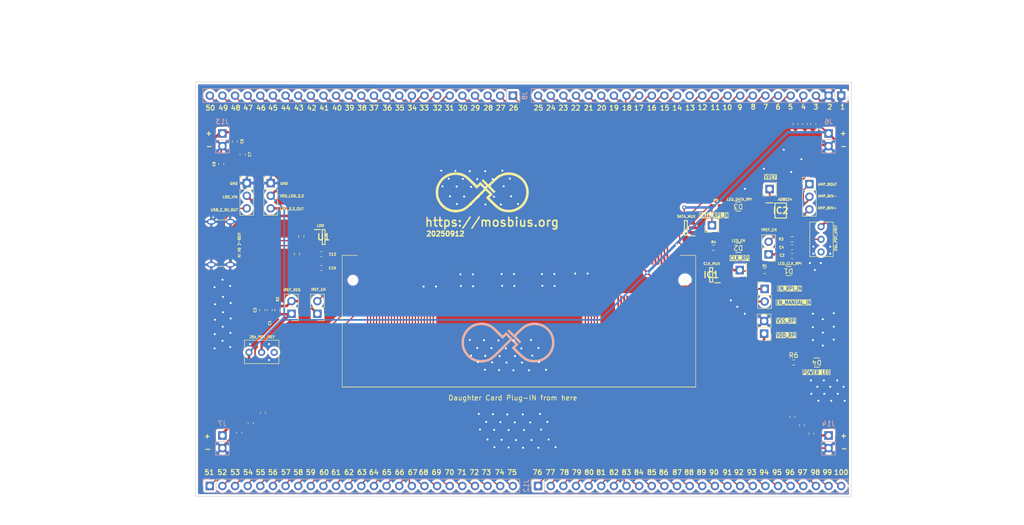
<source format=kicad_pcb>
(kicad_pcb (version 20241229) (generator "pcbnew") (generator_version "9.0")
  (layers (0 "F.Cu" signal) (2 "B.Cu" signal) (13 "F.Paste" user) (15 "B.Paste" user) (5 "F.SilkS" user "F.Silkscreen") (7 "B.SilkS" user "B.Silkscreen") (1 "F.Mask" user) (3 "B.Mask" user) (25 "Edge.Cuts" user))
  (net 0 "")
  (net 1 "Net-(C1-Pad1)")
  (net 2 "GND")
  (net 3 "LDO_VIN")
  (net 4 "VDD")
  (net 5 "Net-(D2-A)")
  (net 6 "ISINK_REF")
  (net 7 "/CLK")
  (net 8 "/DATA_SBUS6")
  (net 9 "LDO_OUT_3.3V")
  (net 10 "Net-(D1-A)")
  (net 13 "/OTA_N_INP")
  (net 14 "/CC_N_G_CS")
  (net 15 "/DCC3_P_G_L_CC")
  (net 16 "/CC_P_G_CC")
  (net 17 "/DCC1_P_D_L_CC")
  (net 18 "/SBUS4")
  (net 19 "/DCC3_N_D_L_CC")
  (net 20 "/DCC2_P_G_R_CC")
  (net 21 "/DCC4_P_D_L_CS")
  (net 22 "/DCC3_P_D_R_CS")
  (net 23 "/DCC2_P_G_L_CS")
  (net 24 "/DINV1_INP_L")
  (net 25 "/DCC1_P_D_L_CS")
  (net 26 "/DCC3_P_D_R_CC")
  (net 27 "/DCC4_P_D_R_CS")
  (net 28 "/DCC2_N_G_L_CS")
  (net 29 "/CC_N_G_CC")
  (net 30 "/DINV1_INN_L")
  (net 31 "/DCC4_P_D_R_CC")
  (net 32 "/DINV2_OUT_R")
  (net 33 "/DCC2_P_D_L_CC")
  (net 34 "/DCC3_N_G_L_CS")
  (net 35 "/OTA_P_INP")
  (net 36 "/OTA_N_OUT")
  (net 37 "/CC_P_D_CC")
  (net 38 "/DCC1_N_D_L_CS")
  (net 39 "/DINV1_OUT_L")
  (net 40 "/DCC1_P_G_R_CC")
  (net 41 "/OTA_N_INN")
  (net 42 "/DINV2_INN_R")
  (net 43 "/DINV1_OUT_R")
  (net 44 "/OTA_P_INN")
  (net 45 "/CC_P_G_CS")
  (net 46 "/SBUS3")
  (net 47 "/DCC2_P_D_R_CC")
  (net 48 "/DINV2_INN_L")
  (net 49 "/DCC3_P_G_R_CC")
  (net 50 "/DCC4_N_G_L_CC")
  (net 51 "/DCC3_P_D_L_CC")
  (net 52 "/DINV2_INP_R")
  (net 53 "/DCC4_N_D_L_CS")
  (net 54 "/DCC1_P_D_R_CC")
  (net 55 "/DCC2_N_G_R_CC")
  (net 56 "/DINV2_INP_L")
  (net 57 "/DCC2_N_D_L_CC")
  (net 58 "/DCC3_P_D_L_CS")
  (net 59 "/DCC4_N_D_L_CC")
  (net 60 "/DCC4_N_G_R_CS")
  (net 61 "/CC_P_D_CS")
  (net 62 "/SBUS2")
  (net 63 "/DCC2_N_G_L_CC")
  (net 64 "/DINV2_OUT_L")
  (net 65 "/OTA_P_OUT")
  (net 66 "/DCC3_N_G_R_CS")
  (net 67 "/DCC1_P_G_L_CS")
  (net 68 "/DCC4_P_G_R_CC")
  (net 69 "/DCC3_N_D_R_CC")
  (net 70 "/DCC4_N_G_L_CS")
  (net 71 "/DCC2_N_G_R_CS")
  (net 72 "/DCC3_N_G_L_CC")
  (net 73 "/DCC1_N_D_R_CC")
  (net 74 "/DCC2_P_G_R_CS")
  (net 75 "/DCC4_P_G_R_CS")
  (net 76 "/DCC4_P_G_L_CC")
  (net 77 "/DCC2_N_D_L_CS")
  (net 78 "/CC_N_D_CS")
  (net 79 "/DCC4_P_D_L_CC")
  (net 80 "/DCC2_P_D_L_CS")
  (net 81 "/DCC2_N_D_R_CS")
  (net 82 "/SBUS1")
  (net 83 "/DCC3_N_D_L_CS")
  (net 84 "/DINV1_INP_R")
  (net 85 "/DCC1_P_G_R_CS")
  (net 86 "/DCC3_N_G_R_CC")
  (net 87 "/SBUS5")
  (net 88 "/DCC3_P_G_L_CS")
  (net 89 "/DCC4_N_D_R_CC")
  (net 90 "/DCC3_P_G_R_CS")
  (net 91 "/DCC2_N_D_R_CC")
  (net 92 "/DCC2_P_D_R_CS")
  (net 93 "/DINV1_INN_R")
  (net 94 "/DCC1_N_G_L_CS")
  (net 95 "/DCC1_N_G_L_CC")
  (net 96 "/DCC1_N_G_R_CS")
  (net 97 "/DCC1_N_D_L_CC")
  (net 98 "/DCC1_N_D_R_CS")
  (net 99 "/DCC1_P_D_R_CS")
  (net 100 "/DCC2_P_G_L_CC")
  (net 101 "/DCC4_N_D_R_CS")
  (net 102 "/DCC4_N_G_R_CC")
  (net 103 "/DCC3_N_D_R_CS")
  (net 104 "/DCC4_P_G_L_CS")
  (net 105 "/DCC1_P_G_L_CC")
  (net 106 "/DCC1_N_G_R_CC")
  (net 108 "Net-(D3-A)")
  (net 109 "/CLK_SC")
  (net 110 "/EN")
  (net 111 "Net-(C2-Pad1)")
  (net 112 "/SBUS6")
  (net 113 "/USB_C_5V_OUT")
  (net 114 "Net-(IC1-B1)")
  (net 115 "Net-(IC2-+IN_B)")
  (net 116 "Net-(IC2-+IN_A)")
  (net 117 "Net-(IC2-OUT_B)")
  (net 119 "Net-(IC2--IN_A)")
  (net 120 "Net-(IC2--IN_B)")
  (net 121 "Net-(IC3-B1)")
  (net 124 "Net-(J10-CC2)")
  (net 125 "Net-(J10-CC1)")
  (net 126 "Net-(R3-Pad1)")
  (net 127 "Net-(J3-Pad1)")
  (net 128 "Net-(D4-A)")
  (footprint "MOSBius_V2_CHIP:LED_150120RS75000_WRE" (layer "F.Cu") (at 205.3 93.7 180)
    (property "Reference" "D1")
    (property "Value" "LED_BLUE")
  )
  (footprint "MOSBius_V2_CHIP:SN74LVC1G3157" (layer "F.Cu") (at 184.65 85.019 180)
    (property "Reference" "IC3" (hide yes))
    (property "Value" "SN74LVC1G3157DBVR" (hide yes))
  )
  (footprint "Resistor_SMD:R_0603_1608Metric" (layer "F.Cu") (at 206.025 87.319 180)
    (property "Reference" "R3")
    (property "Value" "1k")
  )
  (footprint "Fiducial:Fiducial_0.5mm_Mask1mm" (layer "F.Cu") (at 88.5 132.1)
    (property "Reference" "REF**" (hide yes))
    (property "Value" "Fiducial_0.5mm_Mask1mm" (hide yes))
  )
  (footprint "Resistor_SMD:R_0603_1608Metric" (layer "F.Cu") (at 200.525 93.7)
    (property "Reference" "R1")
    (property "Value" "330")
  )
  (footprint "Capacitor_SMD:C_0603_1608Metric" (layer "F.Cu") (at 99.6 122.194 -90)
    (property "Reference" "C6" (hide yes))
    (property "Value" "10u")
  )
  (footprint "MOSBius_V2_CHIP:LED_150120RS75000_WRE" (layer "F.Cu") (at 211 112.1 180)
    (property "Reference" "D4")
    (property "Value" "LED_RED")
  )
  (footprint "Capacitor_SMD:C_0603_1608Metric" (layer "F.Cu") (at 100.95 101.569 90)
    (property "Reference" "C1")
    (property "Value" "0.1u")
  )
  (footprint "Capacitor_SMD:C_0603_1608Metric" (layer "F.Cu") (at 206.1 123.044 -90)
    (property "Reference" "C13" (hide yes))
    (property "Value" "10u")
  )
  (footprint "Connector_PinHeader_2.54mm:PinHeader_1x03_P2.54mm_Vertical" (layer "F.Cu") (at 209.5 76.219)
    (property "Reference" "OPAMP_1" (hide yes))
    (property "Value" "Conn_01x03")
  )
  (footprint "Connector_PinHeader_2.54mm:PinHeader_1x01_P2.54mm_Vertical" (layer "F.Cu") (at 195.5 93.519 90)
    (property "Reference" "J_CLK_RPI1" (hide yes))
    (property "Value" "CLK_RPI" (hide yes))
  )
  (footprint "Capacitor_SMD:C_0603_1608Metric" (layer "F.Cu") (at 206.7 64.144 -90)
    (property "Reference" "C18" (hide yes))
    (property "Value" "10u")
  )
  (footprint "Connector_PinHeader_2.54mm:PinHeader_1x01_P2.54mm_Vertical" (layer "F.Cu") (at 201.5 77.219 90)
    (property "Reference" "J_VCM1" (hide yes))
    (property "Value" "VCM" (hide yes))
  )
  (footprint "Capacitor_SMD:C_0603_1608Metric" (layer "F.Cu") (at 99.45 101.569 90)
    (property "Reference" "C3")
    (property "Value" "1u")
  )
  (footprint "Capacitor_SMD:C_0603_1608Metric" (layer "F.Cu") (at 111.325 90.319)
    (property "Reference" "C12")
    (property "Value" "10u")
  )
  (footprint "" (layer "F.Cu") (at 215.3 122.5)
    (property "Reference" "")
    (property "Value" "")
  )
  (footprint "Connector_PinHeader_2.54mm:PinHeader_1x03_P2.54mm_Vertical" (layer "F.Cu") (at 96.339 76.019)
    (property "Reference" "J14_GND2" (hide yes))
    (property "Value" "Conn_01x03")
  )
  (footprint "Fiducial:Fiducial_0.5mm_Mask1mm" (layer "F.Cu") (at 88.7 76)
    (property "Reference" "REF**" (hide yes))
    (property "Value" "Fiducial_0.5mm_Mask1mm" (hide yes))
  )
  (footprint "Resistor_SMD:R_0603_1608Metric" (layer "F.Cu") (at 102.5 101.569 90)
    (property "Reference" "R2")
    (property "Value" "1k")
  )
  (footprint "Capacitor_SMD:C_0603_1608Metric" (layer "F.Cu") (at 210.3 64.144 -90)
    (property "Reference" "C16" (hide yes))
    (property "Value" "0.1u")
  )
  (footprint "Connector_PinHeader_2.54mm:PinHeader_1x02_P2.54mm_Vertical" (layer "F.Cu") (at 200.5 97.3)
    (property "Reference" "EN_TO_CHIP'1" (hide yes))
    (property "Value" "PINHD_1x2_Male")
  )
  (footprint "Resistor_SMD:R_0603_1608Metric" (layer "F.Cu") (at 107.3 86.769 90)
    (property "Reference" "Rd_1" (hide yes))
    (property "Value" "5.1K")
  )
  (footprint "MOSBius_V2_CHIP:AD8542" (layer "F.Cu") (at 203.725 81.544)
    (property "Reference" "IC2")
    (property "Value" "AD8542ARMZ-REEL" (hide yes))
  )
  (footprint "MOSBius_V2_CHIP:LED_150120RS75000_WRE" (layer "F.Cu") (at 195.2 89.019 180)
    (property "Reference" "D2")
    (property "Value" "LED_GRE")
  )
  (footprint "Capacitor_SMD:C_0603_1608Metric" (layer "F.Cu") (at 111.325 93.119)
    (property "Reference" "C10")
    (property "Value" "1u")
  )
  (footprint "Capacitor_SMD:C_0603_1608Metric" (layer "F.Cu") (at 97.125 124.319 -90)
    (property "Reference" "C8" (hide yes))
    (property "Value" "1u")
  )
  (footprint "Resistor_SMD:R_0603_1608Metric" (layer "F.Cu") (at 206.325 112.1)
    (property "Reference" "R6")
    (property "Value" "330")
  )
  (footprint "Capacitor_SMD:C_0603_1608Metric" (layer "F.Cu") (at 95.5 70.244 -90)
    (property "Reference" "C7")
    (property "Value" "1u")
  )
  (footprint "Capacitor_SMD:C_0603_1608Metric" (layer "F.Cu") (at 206.025 88.9)
    (property "Reference" "C4")
    (property "Value" "1u")
  )
  (footprint "MOSBius_V2_CHIP:NCV8164ASN250T1G_LDO" (layer "F.Cu") (at 111.8 86.869)
    (property "Reference" "U1")
    (property "Value" "NCV8164ASN250T1G_LDO_2.5V" (hide yes))
  )
  (footprint "MOSBius_V2_CHIP:SODIIMM_200_socket_2" (layer "F.Cu") (at 151.091 103.79 -90)
    (property "Reference" "J5" (hide yes))
    (property "Value" "5-1746530-4" (hide yes))
  )
  (footprint "Connector_PinHeader_2.54mm:PinHeader_1x02_P2.54mm_Vertical" (layer "F.Cu") (at 110.54 102.3 180)
    (property "Reference" "J1" (hide yes))
    (property "Value" "PINHD_1x2_Male")
  )
  (footprint "Connector_PinHeader_2.54mm:PinHeader_1x02_P2.54mm_Vertical" (layer "F.Cu") (at 105.34 102.3 180)
    (property "Reference" "J3" (hide yes))
    (property "Value" "PINHD_1x2_Male")
  )
  (footprint "Capacitor_SMD:C_0603_1608Metric" (layer "F.Cu") (at 208.6 64.144 -90)
    (property "Reference" "C17" (hide yes))
    (property "Value" "1u")
  )
  (footprint "Potentiometer_THT:Potentiometer_Bourns_3266Y_Vertical" (layer "F.Cu") (at 96.781 110.06 180)
    (property "Reference" "RV1" (hide yes))
    (property "Value" "25k_POT")
  )
  (footprint "Capacitor_SMD:C_0603_1608Metric" (layer "F.Cu") (at 209.9 126.419 -90)
    (property "Reference" "C15" (hide yes))
    (property "Value" "0.1u")
  )
  (footprint "Capacitor_SMD:C_0603_1608Metric" (layer "F.Cu") (at 93.95 67.619 -90)
    (property "Reference" "C5")
    (property "Value" "10u")
  )
  (footprint "Resistor_SMD:R_0603_1608Metric" (layer "F.Cu") (at 190.225 89.019)
    (property "Reference" "R4")
    (property "Value" "330")
  )
  (footprint "Connector_PinHeader_2.54mm:PinHeader_1x02_P2.54mm_Vertical" (layer "F.Cu") (at 201.3 90.359 180)
    (property "Reference" "J2" (hide yes))
    (property "Value" "PINHD_1x2_Male")
  )
  (footprint "Capacitor_SMD:C_0603_1608Metric" (layer "F.Cu") (at 206.025 90.641)
    (property "Reference" "C2")
    (property "Value" "0.1u")
  )
  (footprint "MOSBius_V2_CHIP:SN74LVC1G3157" (layer "F.Cu") (at 189.75 94.469 180)
    (property "Reference" "IC1")
    (property "Value" "SN74LVC1G3157DBVR" (hide yes))
  )
  (footprint "Connector_PinHeader_2.54mm:PinHeader_1x01_P2.54mm_Vertical" (layer "F.Cu") (at 189.9 84.519 90)
    (property "Reference" "J_DATA_RPI1" (hide yes))
    (property "Value" "DATA_RPI" (hide yes))
  )
  (footprint "Connector_PinHeader_2.54mm:PinHeader_1x02_P2.54mm_Vertical" (layer "F.Cu") (at 200.4 106.3 180)
    (property "Reference" "VDD_GND_RPI1" (hide yes))
    (property "Value" "PINHD_1x2_Male")
  )
  (footprint "Connector_USB:USB_C_Receptacle_GCT_USB4125-xx-x_6P_TopMnt_Horizontal" (layer "F.Cu") (at 90 88.1 -90)
    (property "Reference" "J10" (hide yes))
    (property "Value" "USB4736")
  )
  (footprint "Connector_PinHeader_2.54mm:PinHeader_1x03_P2.54mm_Vertical" (layer "F.Cu") (at 101.15 76.019)
    (property "Reference" "J14_GND1" (hide yes))
    (property "Value" "Conn_01x03")
  )
  (footprint "Capacitor_SMD:C_0603_1608Metric" (layer "F.Cu") (at 91.2 72.194 90)
    (property "Reference" "C9")
    (property "Value" "0.1u")
  )
  (footprint "Resistor_SMD:R_0603_1608Metric" (layer "F.Cu") (at 190.675 80.719)
    (property "Reference" "R5")
    (property "Value" "330")
  )
  (footprint "Resistor_SMD:R_0603_1608Metric" (layer "F.Cu") (at 106.45 90.294 90)
    (property "Reference" "Rd_2" (hide yes))
    (property "Value" "5.1K")
  )
  (footprint "Capacitor_SMD:C_0603_1608Metric" (layer "F.Cu") (at 208 124.744 -90)
    (property "Reference" "C14" (hide yes))
    (property "Value" "1u")
  )
  (footprint "Custom_Footprints:logo4" (layer "F.Cu") (at 143.98006 77.961993)
    (property "Reference" "G***" (hide yes))
    (property "Value" "LOGO" (hide yes))
  )
  (footprint "Custom_Footprints:logo4" (layer "F.Cu") (at 149.16 108.17)
    (property "Reference" "G***" (hide yes))
    (property "Value" "LOGO" (hide yes))
  )
  (footprint "MOSBius_V2_CHIP:LED_150120RS75000_WRE" (layer "F.Cu") (at 195.2 80.719 180)
    (property "Reference" "D3")
    (property "Value" "LED_OR")
  )
  (footprint "Potentiometer_THT:Potentiometer_Bourns_3266Y_Vertical" (layer "F.Cu") (at 211.85 84.779 90)
    (property "Reference" "RV2" (hide yes))
    (property "Value" "25k_POT" (hide yes))
  )
  (footprint "Capacitor_SMD:C_0603_1608Metric" (layer "F.Cu") (at 94.8 126.194 -90)
    (property "Reference" "C11" (hide yes))
    (property "Value" "0.1u")
  )
  (footprint "Connector_PinHeader_2.54mm:PinHeader_1x02_P2.54mm_Vertical" (layer "B.Cu") (at 213.36 66.04 180)
    (property "Reference" "J6")
    (property "Value" "PINHD_1x2_Male")
  )
  (footprint "Connector_PinHeader_2.54mm:PinHeader_1x25_P2.54mm_Vertical" (layer "B.Cu") (at 154.94 136.94 -90)
    (property "Reference" "J12")
    (property "Value" "Conn_01x25_Pin")
  )
  (footprint "Connector_PinHeader_2.54mm:PinHeader_1x02_P2.54mm_Vertical" (layer "B.Cu") (at 91.44 126.78 180)
    (property "Reference" "J7")
    (property "Value" "PINHD_1x2_Male")
  )
  (footprint "Connector_PinHeader_2.54mm:PinHeader_1x02_P2.54mm_Vertical" (layer "B.Cu") (at 213.36 126.78 180)
    (property "Reference" "J14")
    (property "Value" "PINHD_1x2_Male")
  )
  (footprint "Connector_PinHeader_2.54mm:PinHeader_1x25_P2.54mm_Vertical" (layer "B.Cu") (at 215.9 58.42 90)
    (property "Reference" "J11" (hide yes))
    (property "Value" "Conn_01x25_Pin")
  )
  (footprint "Connector_PinHeader_2.54mm:PinHeader_1x25_P2.54mm_Vertical" (layer "B.Cu") (at 88.9 136.94 -90)
    (property "Reference" "J9" (hide yes))
    (property "Value" "Conn_01x25_Pin")
  )
  (footprint "Connector_PinHeader_2.54mm:PinHeader_1x02_P2.54mm_Vertical" (layer "B.Cu") (at 91.44 66.04 180)
    (property "Reference" "J13")
    (property "Value" "Conn_01x02_Pin")
  )
  (footprint "Connector_PinHeader_2.54mm:PinHeader_1x25_P2.54mm_Vertical" (layer "B.Cu") (at 149.86 58.42 90)
    (property "Reference" "J8")
    (property "Value" "Conn_01x25_Pin")
  )
  (gr_line (start 86.049535 55.668658) (end 86.049535 139.069) (stroke (width 0.1)) (layer "Edge.Cuts"))
  (gr_line (start 86.049535 55.668658) (end 217.95026 55.719019) (stroke (width 0.1)) (layer "Edge.Cuts"))
  (gr_line (start 86.049535 139.069) (end 217.95026 139.119076) (stroke (width 0.1)) (layer "Edge.Cuts"))
  (gr_line (start 217.95026 55.718734) (end 217.95026 139.119076) (stroke (width 0.1)) (layer "Edge.Cuts"))
  (gr_text "25k_POT_IREF" (at 96.8 107.269 0) (layer "F.SilkS") (effects (font (size 0.5 0.5) (thickness 0.125)) (justify left bottom)))
  (gr_text "8" (at 198.2 60.7 0) (layer "F.SilkS") (effects (font (size 1 1) (thickness 0.2) (bold yes))))
  (gr_text "AMP_BIN-" (at 211.15 78.919 0) (layer "F.SilkS") (effects (font (size 0.5 0.5) (thickness 0.125)) (justify left bottom)))
  (gr_text "34" (at 129.6 60.9 0) (layer "F.SilkS") (effects (font (size 1 1) (thickness 0.2) (bold yes))))
  (gr_text "27" (at 147.4 60.9 0) (layer "F.SilkS") (effects (font (size 1 1) (thickness 0.2) (bold yes))))
  (gr_text "78" (at 160.2 134.2 0) (layer "F.SilkS") (effects (font (size 1 1) (thickness 0.2) (bold yes))))
  (gr_text "69" (at 134.5 134.2 0) (layer "F.SilkS") (effects (font (size 1 1) (thickness 0.2) (bold yes))))
  (gr_text "37" (at 121.9 60.9 0) (layer "F.SilkS") (effects (font (size 1 1) (thickness 0.2) (bold yes))))
  (gr_text "USB_C_5V_OUT" (at 89 81.7 0) (layer "F.SilkS") (effects (font (size 0.5 0.5) (thickness 0.125)) (justify left bottom)))
  (gr_text "10" (at 193 60.8 0) (layer "F.SilkS") (effects (font (size 1 1) (thickness 0.2) (bold yes))))
  (gr_text "LDO" (at 110.35 84.869 0) (layer "F.SilkS") (effects (font (size 0.5 0.5) (thickness 0.125)) (justify left bottom)))
  (gr_text "50" (at 89 60.9 0) (layer "F.SilkS") (effects (font (size 1 1) (thickness 0.2) (bold yes))))
  (gr_text "61" (at 114.3 134.2 0) (layer "F.SilkS") (effects (font (size 1 1) (thickness 0.2) (bold yes))))
  (gr_text "45" (at 101.6 60.9 0) (layer "F.SilkS") (effects (font (size 1 1) (thickness 0.2) (bold yes))))
  (gr_text "19" (at 170.2 60.9 0) (layer "F.SilkS") (effects (font (size 1 1) (thickness 0.2) (bold yes))))
  (gr_text "7" (at 200.7 60.7 0) (layer "F.SilkS") (effects (font (size 1 1) (thickness 0.2) (bold yes))))
  (gr_text "LDO_3.3_OUT" (at 102.9 81.5 0) (layer "F.SilkS") (effects (font (size 0.5 0.5) (thickness 0.125)) (justify left bottom)))
  (gr_text "87" (at 182.9 134.2 0) (layer "F.SilkS") (effects (font (size 1 1) (thickness 0.2) (bold yes))))
  (gr_text "DATA_RPI_IN" (at 190.3 82.5 0) (layer "F.SilkS" knockout) (effects (font (size 0.8 0.66))))
  (gr_text "57" (at 104.2 134.2 0) (layer "F.SilkS") (effects (font (size 1 1) (thickness 0.2) (bold yes))))
  (gr_text "41" (at 111.9 60.9 0) (layer "F.SilkS") (effects (font (size 1 1) (thickness 0.2) (bold yes))))
  (gr_text "53" (at 94 134.2 0) (layer "F.SilkS") (effects (font (size 1 1) (thickness 0.2) (bold yes))))
  (gr_text "32" (at 134.7 60.9 0) (layer "F.SilkS") (effects (font (size 1 1) (thickness 0.2) (bold yes))))
  (gr_text "-" (at 88.5 129.5 0) (layer "F.SilkS") (effects (font (size 1 1) (thickness 0.2) (bold yes))))
  (gr_text "80" (at 165.2 134.2 0) (layer "F.SilkS") (effects (font (size 1 1) (thickness 0.2) (bold yes))))
  (gr_text "25" (at 155 60.9 0) (layer "F.SilkS") (effects (font (size 1 1) (thickness 0.2) (bold yes))))
  (gr_text "64" (at 121.9 134.2 0) (layer "F.SilkS") (effects (font (size 1 1) (thickness 0.2) (bold yes))))
  (gr_text "17" (at 175.2 60.9 0) (layer "F.SilkS") (effects (font (size 1 1) (thickness 0.2) (bold yes))))
  (gr_text "52" (at 91.4 134.2 0) (layer "F.SilkS") (effects (font (size 1 1) (thickness 0.2) (bold yes))))
  (gr_text "95" (at 203 134.2 0) (layer "F.SilkS") (effects (font (size 1 1) (thickness 0.2) (bold yes))))
  (gr_text "85" (at 177.8 134.2 0) (layer "F.SilkS") (effects (font (size 1 1) (thickness 0.2) (bold yes))))
  (gr_text "75" (at 149.7 134.2 0) (layer "F.SilkS") (effects (font (size 1 1) (thickness 0.2) (bold yes))))
  (gr_text "92" (at 195.3 134.2 0) (layer "F.SilkS") (effects (font (size 1 1) (thickness 0.2) (bold yes))))
  (gr_text "-" (at 216.5 129.4 0) (layer "F.SilkS") (effects (font (size 1 1) (thickness 0.2) (bold yes))))
  (gr_text "43" (at 106.8 60.9 0) (layer "F.SilkS") (effects (font (size 1 1) (thickness 0.2) (bold yes))))
  (gr_text "71" (at 139.6 134.2 0) (layer "F.SilkS") (effects (font (size 1 1) (thickness 0.2) (bold yes))))
  (gr_text "AMP_BIN+" (at 211.1 81.319 0) (layer "F.SilkS") (effects (font (size 0.5 0.5) (thickness 0.125)) (justify left bottom)))
  (gr_text "IREF_RES\n" (at 103.6 97.8 0) (layer "F.SilkS") (effects (font (size 0.5 0.5) (thickness 0.125)) (justify left bottom)))
  (gr_text "23" (at 160 60.9 0) (layer "F.SilkS") (effects (font (size 1 1) (thickness 0.2) (bold yes))))
  (gr_text "GND" (at 103 76.4 0) (layer "F.SilkS") (effects (font (size 0.5 0.5) (thickness 0.125)) (justify left bottom)))
  (gr_text "79" (at 162.7 134.2 0) (layer "F.SilkS") (effects (font (size 1 1) (thickness 0.2) (bold yes))))
  (gr_text "94" (at 200.4 134.2 0) (layer "F.SilkS") (effects (font (size 1 1) (thickness 0.2) (bold yes))))
  (gr_text "70" (at 137.1 134.2 0) (layer "F.SilkS") (effects (font (size 1 1) (thickness 0.2) (bold yes))))
  (gr_text "96" (at 205.6 134.2 0) (layer "F.SilkS") (effects (font (size 1 1) (thickness 0.2) (bold yes))))
  (gr_text "GND" (at 92.9 76.4 0) (layer "F.SilkS") (effects (font (size 0.5 0.5) (thickness 0.125)) (justify left bottom)))
  (gr_text "77" (at 157.4 134.2 0) (layer "F.SilkS") (effects (font (size 1 1) (thickness 0.2) (bold yes))))
  (gr_text "62" (at 116.9 134.2 0) (layer "F.SilkS") (effects (font (size 1 1) (thickness 0.2) (bold yes))))
  (gr_text "AD8524" (at 203.1 79.6 0) (layer "F.SilkS") (effects (font (size 0.5 0.5) (thickness 0.125)) (justify left bottom)))
  (gr_text "46" (at 99.2 60.9 0) (layer "F.SilkS") (effects (font (size 1 1) (thickness 0.2) (bold yes))))
  (gr_text "USB-C 5V IN\n" (at 94.5 85.9 270) (layer "F.SilkS") (effects (font (size 0.5 0.5) (thickness 0.125)) (justify left bottom)))
  (gr_text "60" (at 111.9 134.2 0) (layer "F.SilkS") (effects (font (size 1 1) (thickness 0.2) (bold yes))))
  (gr_text "65" (at 124.5 134.2 0) (layer "F.SilkS") (effects (font (size 1 1) (thickness 0.2) (bold yes))))
  (gr_text "48" (at 94.1 60.9 0) (layer "F.SilkS") (effects (font (size 1 1) (thickness 0.2) (bold yes))))
  (gr_text "44" (at 104.2 60.9 0) (layer "F.SilkS") (effects (font (size 1 1) (thickness 0.2) (bold yes))))
  (gr_text "24" (at 157.5 60.9 0) (layer "F.SilkS") (effects (font (size 1 1) (thickness 0.2) (bold yes))))
  (gr_text "54" (at 96.6 134.2 0) (layer "F.SilkS") (effects (font (size 1 1) (thickness 0.2) (bold yes))))
  (gr_text "3" (at 210.8 60.7 0) (layer "F.SilkS") (effects (font (size 1 1) (thickness 0.2) (bold yes))))
  (gr_text "14" (at 182.9 60.9 0) (layer "F.SilkS") (effects (font (size 1 1) (thickness 0.2) (bold yes))))
  (gr_text "IREF_EN" (at 109.16 97.719 0) (layer "F.SilkS") (effects (font (size 0.5 0.5) (thickness 0.125)) (justify left bottom)))
  (gr_text "VREF_EN" (at 199.7 85.719 0) (layer "F.SilkS") (effects (font (size 0.5 0.5) (thickness 0.125)) (justify left bottom)))
  (gr_text "-" (at 88.8 68.6 0) (layer "F.SilkS") (effects (font (size 1 1) (thickness 0.2) (bold yes))))
  (gr_text "CLK_MUX" (at 188.1 92.519 0) (layer "F.SilkS") (effects (font (size 0.5 0.5) (thickness 0.125)) (justify left bottom)))
  (gr_text "89" (at 187.8 134.2 0) (layer "F.SilkS") (effects (font (size 1 1) (thickness 0.2) (bold yes))))
  (gr_text "76" (at 154.8 134.2 0) (layer "F.SilkS") (effects (font (size 1 1) (thickness 0.2) (bold yes))))
  (gr_text "73" (at 144.5 134.2 0) (layer "F.SilkS") (effects (font (size 1 1) (thickness 0.2) (bold yes))))
  (gr_text "66" (at 127.1 134.2 0) (layer "F.SilkS") (effects (font (size 1 1) (thickness 0.2) (bold yes))))
  (gr_text "93" (at 197.9 134.2 0) (layer "F.SilkS") (effects (font (size 1 1) (thickness 0.2) (bold yes))))
  (gr_text "74" (at 147.2 134.2 0) (layer "F.SilkS") (effects (font (size 1 1) (thickness 0.2) (bold yes))))
  (gr_text "83" (at 172.7 134.2 0) (layer "F.SilkS") (effects (font (size 1 1) (thickness 0.2) (bold yes))))
  (gr_text "18" (at 172.8 60.9 0) (layer "F.SilkS") (effects (font (size 1 1) (thickness 0.2) (bold yes))))
  (gr_text "99" (at 213.1 134.2 0) (layer "F.SilkS") (effects (font (size 1 1) (thickness 0.2) (bold yes))))
  (gr_text "EN_RPI_IN" (at 205.5 97.221 0) (layer "F.SilkS" knockout) (effects (font (size 0.8 0.66))))
  (gr_text "5" (at 205.7 60.7 0) (layer "F.SilkS") (effects (font (size 1 1) (thickness 0.2) (bold yes))))
  (gr_text "98" (at 210.7 134.2 0) (layer "F.SilkS") (effects (font (size 1 1) (thickness 0.2) (bold yes))))
  (gr_text "22\n" (at 162.5 60.9 0) (layer "F.SilkS") (effects (font (size 1 1) (thickness 0.2) (bold yes))))
  (gr_text "Daughter Card Plug-IN from here" (at 136.8 119.8 0) (layer "F.SilkS") (effects (font (size 1 1)) (justify left bottom)))
  (gr_text "1" (at 216.2 60.7 0) (layer "F.SilkS") (effects (font (size 1 1) (thickness 0.2) (bold yes))))
  (gr_text "9" (at 195.5 60.8 0) (layer "F.SilkS") (effects (font (size 1 1) (thickness 0.2) (bold yes))))
  (gr_text "+" (at 88.4 126.9 0) (layer "F.SilkS") (effects (font (size 1 1) (thickness 0.2) (bold yes))))
  (gr_text "16" (at 177.8 60.9 0) (layer "F.SilkS") (effects (font (size 1 1) (thickness 0.2) (bold yes))))
  (gr_text "68" (at 131.9 134.2 0) (layer "F.SilkS") (effects (font (size 1 1) (thickness 0.2) (bold yes))))
  (gr_text "33" (at 132 60.9 0) (layer "F.SilkS") (effects (font (size 1 1) (thickness 0.2) (bold yes))))
  (gr_text "59" (at 109.2 134.2 0) (layer "F.SilkS") (effects (font (size 1 1) (thickness 0.2) (bold yes))))
  (gr_text "26" (at 150 60.9 0) (layer "F.SilkS") (effects (font (size 1 1) (thickness 0.2) (bold yes))))
  (gr_text "63" (at 119.5 134.2 0) (layer "F.SilkS") (effects (font (size 1 1) (thickness 0.2) (bold yes))))
  (gr_text "13" (at 185.5 60.9 0) (layer "F.SilkS") (effects (font (size 1 1) (thickness 0.2) (bold yes))))
  (gr_text "91" (at 193 134.2 0) (layer "F.SilkS") (effects (font (size 1 1) (thickness 0.2) (bold yes))))
  (gr_text "6" (at 203.2 60.7 0) (layer "F.SilkS") (effects (font (size 1 1) (thickness 0.2) (bold yes))))
  (gr_text "11" (at 190.6 60.8 0) (layer "F.SilkS") (effects (font (size 1 1) (thickness 0.2) (bold yes))))
  (gr_text "21" (at 165.1 60.9 0) (layer "F.SilkS") (effects (font (size 1 1) (thickness 0.2) (bold yes))))
  (gr_text "42" (at 109.4 60.9 0) (layer "F.SilkS") (effects (font (size 1 1) (thickness 0.2) (bold yes))))
  (gr_text "20" (at 167.7 60.9 0) (layer "F.SilkS") (effects (font (size 1 1) (thickness 0.2) (bold yes))))
  (gr_text "47" (at 96.6 60.9 0) (layer "F.SilkS") (effects (font (size 1 1) (thickness 0.2) (bold yes))))
  (gr_text "28" (at 144.9 60.9 0) (layer "F.SilkS") (effects (font (size 1 1) (thickness 0.2) (bold yes))))
  (gr_text "49" (at 91.6 60.9 0) (layer "F.SilkS") (effects (font (size 1 1) (thickness 0.2) (bold yes))))
  (gr_text "35" (at 127.1 60.9 0) (layer "F.SilkS") (effects (font (size 1 1) (thickness 0.2) (bold yes))))
  (gr_text "+" (at 88.7 66 0) (layer "F.SilkS") (effects (font (size 1 1) (thickness 0.2) (bold yes))))
  (gr_text "VSS_RPI" (at 204.9 103.7 0) (layer "F.SilkS" knockout) (effects (font (size 0.8 0.66))))
  (gr_text "POWER LED" (at 210.9 114.1 0) (layer "F.SilkS" knockout) (effects (font (size 0.8 0.66))))
  (gr_text "29" (at 142.3 60.9 0) (layer "F.SilkS") (effects (font (size 1 1) (thickness 0.2) (bold yes))))
  (gr_text "97" (at 208.1 134.2 0) (layer "F.SilkS") (effects (font (size 1 1) (thickness 0.2) (bold yes))))
  (gr_text "84" (at 175.2 134.2 0) (layer "F.SilkS") (effects (font (size 1 1) (thickness 0.2) (bold yes))))
  (gr_text "38" (at 119.5 60.9 0) (layer "F.SilkS") (effects (font (size 1 1) (thickness 0.2) (bold yes))))
  (gr_text "58" (at 106.7 134.2 0) (layer "F.SilkS") (effects (font (size 1 1) (thickness 0.2) (bold yes))))
  (gr_text "82" (at 170.2 134.2 0) (layer "F.SilkS") (effects (font (size 1 1) (thickness 0.2) (bold yes))))
  (gr_text "LED_DATA_RPI" (at 192.8 79.6 0) (layer "F.SilkS") (effects (font (size 0.5 0.5) (thickness 0.125)) (justify left bottom)))
  (gr_text "67" (at 129.7 134.2 0) (layer "F.SilkS") (effects (font (size 1 1) (thickness 0.2) (bold yes))))
  (gr_text "VDD_LDO_3.3" (at 102.9 78.9 0) (layer "F.SilkS") (effects (font (size 0.5 0.5) (thickness 0.125)) (justify left bottom)))
  (gr_text "EN_MANUAL_IN" (at 206.3 100.021 0) (layer "F.SilkS" knockout) (effects (font (size 0.8 0.66))))
  (gr_text "+" (at 216.3 66 0) (layer "F.SilkS") (effects (font (size 1 1) (thickness 0.2) (bold yes))))
  (gr_text "72" (at 142.1 134.2 0) (layer "F.SilkS") (effects (font (size 1 1) (thickness 0.2) (bold yes))))
  (gr_text "40" (at 114.5 60.9 0) (layer "F.SilkS") (effects (font (size 1 1) (thickness 0.2) (bold yes))))
  (gr_text "VREF\n" (at 201.7 74.8 0) (layer "F.SilkS" knockout) (effects (font (size 0.8 0.66))))
  (gr_text "LED_EN" (at 193.8 87.9 0) (layer "F.SilkS") (effects (font (size 0.5 0.5) (thickness 0.125)) (justify left bottom)))
  (gr_text "LDO_VIN" (at 91.4 79.1 0) (layer "F.SilkS") (effects (font (size 0.5 0.5) (thickness 0.125)) (justify left bottom)))
  (gr_text "+" (at 216.4 126.8 0) (layer "F.SilkS") (effects (font (size 1 1) (thickness 0.2) (bold yes))))
  (gr_text "https://mosbius.org" (at 132 84.9 0) (layer "F.SilkS") (effects (font (size 1.75 1.75) (thickness 0.3) (bold yes)) (justify left bottom)))
  (gr_text "15" (at 180.4 60.9 0) (layer "F.SilkS") (effects (font (size 1 1) (thickness 0.2) (bold yes))))
  (gr_text "4" (at 208.3 60.7 0) (layer "F.SilkS") (effects (font (size 1 1) (thickness 0.2) (bold yes))))
  (gr_text "81\n" (at 167.6 134.2 0) (layer "F.SilkS") (effects (font (size 1 1) (thickness 0.2) (bold yes))))
  (gr_text "DATA_MUX" (at 182.8 83.019 0) (layer "F.SilkS") (effects (font (size 0.5 0.5) (thickness 0.125)) (justify left bottom)))
  (gr_text "12" (at 188 60.8 0) (layer "F.SilkS") (effects (font (size 1 1) (thickness 0.2) (bold yes))))
  (gr_text "31" (at 137.1 60.9 0) (layer "F.SilkS") (effects (font (size 1 1) (thickness 0.2) (bold yes))))
  (gr_text "100" (at 215.9 134.2 0) (layer "F.SilkS") (effects (font (size 1 1) (thickness 0.2) (bold yes))))
  (gr_text "25k_POT_VREF" (at 215.1 89.8 90) (layer "F.SilkS") (effects (font (size 0.5 0.5) (thickness 0.125)) (justify left bottom)))
  (gr_text "-" (at 216.4 68.6 0) (layer "F.SilkS") (effects (font (size 1 1) (thickness 0.2) (bold yes))))
  (gr_text "86" (at 180.2 134.2 0) (layer "F.SilkS") (effects (font (size 1 1) (thickness 0.2) (bold yes))))
  (gr_text "30" (at 139.8 60.9 0) (layer "F.SilkS") (effects (font (size 1 1) (thickness 0.2) (bold yes))))
  (gr_text "CLK_RPI" (at 195.5 91.1 0) (layer "F.SilkS" knockout) (effects (font (size 0.8 0.66))))
  (gr_text "51" (at 88.8 134.2 0) (layer "F.SilkS") (effects (font (size 1 1) (thickness 0.2) (bold yes))))
  (gr_text "88" (at 185.3 134.2 0) (layer "F.SilkS") (effects (font (size 1 1) (thickness 0.2) (bold yes))))
  (gr_text "20250912" (at 132.3 86.8 0) (layer "F.SilkS") (effects (font (size 1 1) (thickness 0.25) (bold yes)) (justify left bottom)))
  (gr_text "36" (at 124.6 60.9 0) (layer "F.SilkS") (effects (font (size 1 1) (thickness 0.2) (bold yes))))
  (gr_text "VDD_RPI" (at 204.9 106.6 0) (layer "F.SilkS" knockout) (effects (font (size 0.8 0.66))))
  (gr_text "2" (at 213.6 60.7 0) (layer "F.SilkS") (effects (font (size 1 1) (thickness 0.2) (bold yes))))
  (gr_text "39" (at 117 60.9 0) (layer "F.SilkS") (effects (font (size 1 1) (thickness 0.2) (bold yes))))
  (gr_text "56" (at 101.6 134.2 0) (layer "F.SilkS") (effects (font (size 1 1) (thickness 0.2) (bold yes))))
  (gr_text "AMP_BOUT" (at 211.15 76.569 0) (layer "F.SilkS") (effects (font (size 0.5 0.5) (thickness 0.125)) (justify left bottom)))
  (gr_text "LED_CLK_RPI" (at 203.100001 92.5 0) (layer "F.SilkS") (effects (font (size 0.5 0.5) (thickness 0.125)) (justify left bottom)))
  (gr_text "55" (at 99.1 134.2 0) (layer "F.SilkS") (effects (font (size 1 1) (thickness 0.2) (bold yes))))
  (gr_text "90" (at 190.3 134.2 0) (layer "F.SilkS") (effects (font (size 1 1) (thickness 0.2) (bold yes))))
  (segment (start 108 99.76) (end 110.54 102.3) (width 0.5) (layer "F.Cu") (net 1))
  (segment (start 100.95 102.294) (end 102.5 100.744) (width 0.5) (layer "F.Cu") (net 1))
  (segment (start 110.58 102.3) (end 110.64 102.36) (width 0.5) (layer "F.Cu") (net 1))
  (segment (start 102.5 100.744) (end 104.356 100.744) (width 0.5) (layer "F.Cu") (net 1))
  (segment (start 110.54 102.3) (end 110.58 102.3) (width 0.5) (layer "F.Cu") (net 1))
  (segment (start 99.45 102.344) (end 100.95 102.344) (width 0.5) (layer "F.Cu") (net 1))
  (segment (start 104.356 100.744) (end 105.34 99.76) (width 0.5) (layer "F.Cu") (net 1))
  (segment (start 100.95 102.344) (end 100.95 102.294) (width 0.5) (layer "F.Cu") (net 1))
  (segment (start 105.34 99.76) (end 108 99.76) (width 0.5) (layer "F.Cu") (net 1))
  (segment (start 206.7 64.919) (end 210.3 64.919) (width 0.35) (layer "F.Cu") (net 2))
  (segment (start 206.7 64.919) (end 209.561 64.919) (width 0.35) (layer "F.Cu") (net 2))
  (segment (start 162.181 99.638) (end 164.2 97.619) (width 0.5) (layer "F.Cu") (net 2))
  (segment (start 89.2 92.42) (end 93 92.42) (width 0.4) (layer "F.Cu") (net 2))
  (segment (start 106.45 91.119) (end 107.376 90.193) (width 0.5) (layer "F.Cu") (net 2))
  (segment (start 112.1 93.119) (end 112.1 94.389) (width 0.5) (layer "F.Cu") (net 2))
  (segment (start 137.141 99.56) (end 137.061 99.64) (width 0.25) (layer "F.Cu") (net 2))
  (segment (start 93.95 68.394) (end 93.95 69.219) (width 0.5) (layer "F.Cu") (net 2))
  (segment (start 94.8205 72.0985) (end 94.2455 71.5235) (width 0.5) (layer "F.Cu") (net 2))
  (segment (start 164.2 97.619) (end 184.219 97.619) (width 0.5) (layer "F.Cu") (net 2))
  (segment (start 107.305 94.439) (end 107.95 94.439) (width 0.6) (layer "F.Cu") (net 2))
  (segment (start 190.298 94.469) (end 190.001 94.172) (width 0.35) (layer "F.Cu") (net 2))
  (segment (start 91.2 71.419) (end 91.2 68.478) (width 0.35) (layer "F.Cu") (net 2))
  (segment (start 93.412 126.969) (end 91.061 129.32) (width 0.25) (layer "F.Cu") (net 2))
  (segment (start 207.43 68.339) (end 212.981 68.339) (width 0.5) (layer "F.Cu") (net 2))
  (segment (start 106.45 91.119) (end 106.45 92.939) (width 0.5) (layer "F.Cu") (net 2))
  (segment (start 91.2 68.478) (end 91.061 68.339) (width 0.35) (layer "F.Cu") (net 2))
  (segment (start 144.941 91.44) (end 144.921 91.46) (width 0.25) (layer "F.Cu") (net 2))
  (segment (start 206.8 93.7) (end 206.8 91.4) (width 0.5) (layer "F.Cu") (net 2))
  (segment (start 96.339 76.019) (end 98.55 76.019) (width 0.5) (layer "F.Cu") (net 2))
  (segment (start 147 91.44) (end 144.15 91.44) (width 0.35) (layer "F.Cu") (net 2))
  (segment (start 99.6 122.969) (end 99.25 122.969) (width 0.25) (layer "F.Cu") (net 2))
  (segment (start 196.7 89.719) (end 197.4 89.719) (width 0.5) (layer "F.Cu") (net 2))
  (segment (start 199.881 92.2) (end 205.241 92.2) (width 0.5) (layer "F.Cu") (net 2))
  (segment (start 106.45 92.939) (end 107.95 94.439) (width 0.5) (layer "F.Cu") (net 2))
  (segment (start 196.7 79.069) (end 207.43 68.339) (width 0.5) (layer "F.Cu") (net 2))
  (segment (start 112.05 94.439) (end 112.57 93.919) (width 0.5) (layer "F.Cu") (net 2))
  (segment (start 131.741 91.44) (end 135.7 91.44) (width 0.35) (layer "F.Cu") (net 2))
  (segment (start 112.1 94.389) (end 112.05 94.439) (width 0.5) (layer "F.Cu") (net 2))
  (segment (start 161.141 91.44) (end 147 91.44) (width 0.35) (layer "F.Cu") (net 2))
  (segment (start 215.521 60.021) (end 216.1 60.6) (width 0.5) (layer "F.Cu") (net 2))
  (segment (start 89.2 83.78) (end 89.2 92.42) (width 0.25) (layer "F.Cu") (net 2))
  (segment (start 196.7 89.019) (end 197.4 89.719) (width 0.5) (layer "F.Cu") (net 2))
  (segment (start 162.041 99.64) (end 163.841 99.64) (width 0.25) (layer "F.Cu") (net 2))
  (segment (start 98 118.119) (end 98 102.244) (width 0.3) (layer "F.Cu") (net 2))
  (segment (start 204.4 117.8) (end 204.4 122.119) (width 0.5) (layer "F.Cu") (net 2))
  (segment (start 100.15 76.019) (end 101.15 76.019) (width 0.5) (layer "F.Cu") (net 2))
  (segment (start 162.041 99.64) (end 162.181 99.64) (width 0.25) (layer "F.Cu") (net 2))
  (segment (start 144.15 91.44) (end 144.721 91.44) (width 0.5) (layer "F.Cu") (net 2))
  (segment (start 100.426 122.143) (end 100.426 120.545) (width 0.3) (layer "F.Cu") (net 2))
  (segment (start 96.339 73.617) (end 94.8205 72.0985) (width 0.5) (layer "F.Cu") (net 2))
  (segment (start 94.8 126.969) (end 93.412 126.969) (width 0.25) (layer "F.Cu") (net 2))
  (segment (start 95.5 71.019) (end 94.8205 71.6985) (width 0.5) (layer "F.Cu") (net 2))
  (segment (start 94.8205 71.6985) (end 94.8205 72.0985) (width 0.5) (layer "F.Cu") (net 2))
  (segment (start 107.376 87.67) (end 107.3 87.594) (width 0.5) (layer "F.Cu") (net 2))
  (segment (start 194.979 91.44) (end 196.7 89.719) (width 0.35) (layer "F.Cu") (net 2))
  (segment (start 153.341 91.44) (end 153.341 99.62) (width 1) (layer "F.Cu") (net 2))
  (segment (start 209.9 127.194) (end 212.026 129.32) (width 0.35) (layer "F.Cu") (net 2))
  (segment (start 160.541 99.62) (end 160.521 99.64) (width 0.25) (layer "F.Cu") (net 2))
  (segment (start 185.9 85.019) (end 187.8 85.019) (width 0.5) (layer "F.Cu") (net 2))
  (segment (start 190 87.219) (end 193.8 87.219) (width 0.5) (layer "F.Cu") (net 2))
  (segment (start 98.55 76.019) (end 99.339 76.019) (width 0.5) (layer "F.Cu") (net 2))
  (segment (start 93.08 83.86) (end 93 83.78) (width 0.4) (layer "F.Cu") (net 2))
  (segment (start 206.3 123.819) (end 208 125.519) (width 0.35) (layer "F.Cu") (net 2))
  (segment (start 94.2455 71.5235) (end 92.9455 70.2235) (width 0.5) (layer "F.Cu") (net 2))
  (segment (start 187.8 85.019) (end 190 87.219) (width 0.5) (layer "F.Cu") (net 2))
  (segment (start 196.7 84.319) (end 198.5 82.519) (width 0.5) (layer "F.Cu") (net 2))
  (segment (start 93.08 85.35) (end 93.08 83.86) (width 0.4) (layer "F.Cu") (net 2))
  (segment (start 193.8 87.219) (end 196.7 84.319) (width 0.5) (layer "F.Cu") (net 2))
  (segment (start 191 94.469) (end 190.298 94.469) (width 0.35) (layer "F.Cu") (net 2))
  (segment (start 196.7 89.719) (end 196.7 89.019) (width 0.35) (layer "F.Cu") (net 2))
  (segment (start 201.5 82.519) (end 198.5 82.519) (width 0.35) (layer "F.Cu") (net 2))
  (segment (start 99.45 100.794) (end 100.95 100.794) (width 0.6) (layer "F.Cu") (net 2))
  (segment (start 94.8205 71.6985) (end 94.4205 71.6985) (width 0.5) (layer "F.Cu") (net 2))
  (segment (start 214.823 60.021) (end 215.521 60.021) (width 0.5) (layer "F.Cu") (net 2))
  (segment (start 93.08 92.34) (end 93 92.42) (width 0.25) (layer "F.Cu") (net 2))
  (segment (start 97.125 125.094) (end 96.675 125.094) (width 0.25) (layer "F.Cu") (net 2))
  (segment (start 111.427 86.869) (end 111.551 86.993) (width 0.35) (layer "F.Cu") (net 2))
  (segment (start 107.95 94.439) (end 108.3 94.439) (width 0.6) (layer "F.Cu") (net 2))
  (segment (start 96.339 76.019) (end 96.339 73.617) (width 0.5) (layer "F.Cu") (net 2))
  (segment (start 182.741 91.44) (end 189.4 91.44) (width 0.35) (layer "F.Cu") (net 2))
  (segment (start 111.551 89.77) (end 112.1 90.319) (width 0.35) (layer "F.Cu") (net 2))
  (segment (start 206.2205 91.2205) (end 206.6205 91.2205) (width 0.5) (layer "F.Cu") (net 2))
  (segment (start 144.641 91.52) (end 144.641 99.64) (width 1) (layer "F.Cu") (net 2))
  (segment (start 98 102.244) (end 99.45 100.794) (width 0.3) (layer "F.Cu") (net 2))
  (segment (start 198.5 82.519) (end 196.7 80.719) (width 0.5) (layer "F.Cu") (net 2))
  (segment (start 135.7 91.44) (end 147 91.44) (width 0.35) (layer "F.Cu") (net 2))
  (segment (start 204.4 122.119) (end 206.1 123.819) (width 0.5) (layer "F.Cu") (net 2))
  (segment (start 160.521 99.64) (end 153.321 99.64) (width 0.5) (layer "F.Cu") (net 2))
  (segment (start 212.981 58.179) (end 214.823 60.021) (width 0.5) (layer "F.Cu") (net 2))
  (segment (start 162.181 99.64) (end 160.521 99.64) (width 0.5) (layer "F.Cu") (net 2))
  (segment (start 206.2205 91.2205) (end 206.8 90.641) (width 0.5) (layer "F.Cu") (net 2))
  (segment (start 94.4205 71.6985) (end 94.2455 71.5235) (width 0.5) (layer "F.Cu") (net 2))
  (segment (start 91.041 68.319) (end 91.061 68.339) (width 0.5) (layer "F.Cu") (net 2))
  (segment (start 206.1 123.819) (end 206.3 123.819) (width 0.3) (layer "F.Cu") (net 2))
  (segment (start 184.219 97.619) (end 204.4 117.8) (width 0.5) (layer "F.Cu") (net 2))
  (segment (start 196.7 89.019) (end 196.7 84.319) (width 0.5) (layer "F.Cu") (net 2))
  (segment (start 209.561 64.919) (end 212.981 68.339) (width 0.35) (layer "F.Cu") (net 2))
  (segment (start 100.426 120.545) (end 98 118.119) (width 0.3) (layer "F.Cu") (net 2))
  (segment (start 110 94.439) (end 112.05 94.439) (width 0.6) (layer "F.Cu") (net 2))
  (segment (start 100.95 100.794) (end 107.305 94.439) (width 0.6) (layer "F.Cu") (net 2))
  (segment (start 190.001 92.041) (end 189.4 91.44) (width 0.35) (layer "F.Cu") (net 2))
  (segment (start 206.8 90.641) (end 206.8 88.9) (width 0.5) (layer "F.Cu") (net 2))
  (segment (start 108.773 86.015804) (end 108.773 93.212) (width 0.5) (layer "F.Cu") (net 2))
  (segment (start 196.7 80.719) (end 196.7 79.069) (width 0.5) (layer "F.Cu") (net 2))
  (segment (start 107.376 90.193) (end 107.376 87.67) (width 0.5) (layer "F.Cu") (net 2))
  (segment (start 160.541 91.44) (end 160.541 99.62) (width 1) (layer "F.Cu") (net 2))
  (segment (start 208 125.519) (end 208.225 125.519) (width 0.25) (layer "F.Cu") (net 2))
  (segment (start 99.339 76.019) (end 100.15 76.019) (width 0.5) (layer "F.Cu") (net 2))
  (segment (start 96.675 125.094) (end 94.8 126.969) (width 0.25) (layer "F.Cu") (net 2))
  (segment (start 208.225 125.519) (end 209.9 127.194) (width 0.35) (layer "F.Cu") (net 2))
  (segment (start 99.6 122.969) (end 100.426 122.143) (width 0.3) (layer "F.Cu") (net 2))
  (segment (start 197.4 89.719) (end 199.881 92.2) (width 0.5) (layer "F.Cu") (net 2))
  (segment (start 137.061 99.64) (end 134.441 99.64) (width 0.25) (layer "F.Cu") (net 2))
  (segment (start 111.551 86.993) (end 111.551 89.77) (width 0.35) (layer "F.Cu") (net 2))
  (segment (start 206.6205 91.2205) (end 206.8 91.4) (width 0.5) (layer "F.Cu") (net 2))
  (segment (start 144.721 91.44) (end 144.641 91.52) (width 0.5) (layer "F.Cu") (net 2))
  (segment (start 153.341 99.62) (end 153.321 99.64) (width 0.25) (layer "F.Cu") (net 2))
  (segment (start 93.95 69.219) (end 92.9455 70.2235) (width 0.5) (layer "F.Cu") (net 2))
  (segment (start 108.773 93.212) (end 110 94.439) (width 0.5) (layer "F.Cu") (net 2))
  (segment (start 108.3 94.439) (end 110 94.439) (width 0.6) (layer "F.Cu") (net 2))
  (segment (start 190.001 94.172) (end 190.001 92.041) (width 0.35) (layer "F.Cu") (net 2))
  (segment (start 133.221 93.919) (end 135.7 91.44) (width 0.5) (layer "F.Cu") (net 2))
  (segment (start 208 125.519) (end 207.8 125.519) (width 0.25) (layer "F.Cu") (net 2))
  (segment (start 112.1 93.119) (end 112.1 90.319) (width 0.5) (layer "F.Cu") (net 2))
  (segment (start 92.9455 70.2235) (end 91.061 68.339) (width 0.5) (layer "F.Cu") (net 2))
  (segment (start 153.321 99.64) (end 137.221 99.64) (width 0.5) (layer "F.Cu") (net 2))
  (segment (start 189.4 91.44) (end 194.979 91.44) (width 0.35) (layer "F.Cu") (net 2))
  (segment (start 212.026 129.32) (end 212.981 129.32) (width 0.35) (layer "F.Cu") (net 2))
  (segment (start 94.361 84.069) (end 106.826196 84.069) (width 0.5) (layer "F.Cu") (net 2))
  (segment (start 205.241 92.2) (end 206.2205 91.2205) (width 0.5) (layer "F.Cu") (net 2))
  (segment (start 215.521 58.179) (end 215.521 60.021) (width 0.5) (layer "F.Cu") (net 2))
  (segment (start 137.141 99.56) (end 137.221 99.64) (width 0.25) (layer "F.Cu") (net 2))
  (segment (start 112.57 93.919) (end 133.221 93.919) (width 0.5) (layer "F.Cu") (net 2))
  (segment (start 106.826196 84.069) (end 108.773 86.015804) (width 0.5) (layer "F.Cu") (net 2))
  (segment (start 162.181 99.64) (end 162.181 99.638) (width 0.5) (layer "F.Cu") (net 2))
  (segment (start 99.25 122.969) (end 97.125 125.094) (width 0.25) (layer "F.Cu") (net 2))
  (segment (start 209.9 127.194) (end 209.675 127.194) (width 0.25) (layer "F.Cu") (net 2))
  (segment (start 93.08 85.35) (end 94.361 84.069) (width 0.5) (layer "F.Cu") (net 2))
  (segment (start 110.55 86.869) (end 111.427 86.869) (width 0.35) (layer "F.Cu") (net 2))
  (segment (start 137.141 91.44) (end 137.141 99.56) (width 1) (layer "F.Cu") (net 2))
  (segment (start 206.8 91.4) (end 206.8 90.641) (width 0.5) (layer "F.Cu") (net 2))
  (segment (start 93.08 90.85) (end 93.08 92.34) (width 0.5) (layer "F.Cu") (net 2))
  (via (at 93.05 106.15) (size 0.8) (drill 0.4) (layers "F.Cu" "B.Cu") (net 2))
  (via (at 147.6 94.319) (size 0.8) (drill 0.4) (layers "F.Cu" "B.Cu") (net 2))
  (via (at 216.6 119.8) (size 0.8) (drill 0.4) (layers "F.Cu" "B.Cu") (net 2))
  (via (at 147.35 124.1) (size 0.8) (drill 0.4) (layers "F.Cu" "B.Cu") (net 2))
  (via (at 141.45 76.769) (size 0.8) (drill 0.4) (layers "F.Cu" "B.Cu") (net 2))
  (via (at 146.95 107.669) (size 0.8) (drill 0.4) (layers "F.Cu" "B.Cu") (net 2))
  (via (at 148.45 109.269) (size 0.8) (drill 0.4) (layers "F.Cu" "B.Cu") (net 2))
  (via (at 142.7 75.219) (size 0.8) (drill 0.4) (layers "F.Cu" "B.Cu") (net 2))
  (via (at 144.55 76.769) (size 0.8) (drill 0.4) (layers "F.Cu" "B.Cu") (net 2))
  (via (at 210.2 105) (size 0.8) (drill 0.4) (layers "F.Cu" "B.Cu") (net 2))
  (via (at 155.8 96.669) (size 0.8) (drill 0.4) (layers "F.Cu" "B.Cu") (net 2))
  (via (at 135.7 76.669) (size 0.8) (drill 0.4) (layers "F.Cu" "B.Cu") (net 2))
  (via (at 205.85 73.769) (size 0.8) (drill 0.4) (layers "F.Cu" "B.Cu") (net 2))
  (via (at 136.95 75.119) (size 0.8) (drill 0.4) (layers "F.Cu" "B.Cu") (net 2))
  (via (at 213.7 117) (size 0.8) (drill 0.4) (layers "F.Cu" "B.Cu") (net 2))
  (via (at 139.4 96.719) (size 0.8) (drill 0.4) (layers "F.Cu" "B.Cu") (net 2))
  (via (at 150.25 124.15) (size 0.8) (drill 0.4) (layers "F.Cu" "B.Cu") (net 2))
  (via (at 144.05 107.619) (size 0.8) (drill 0.4) (layers "F.Cu" "B.Cu") (net 2))
  (via (at 147.2 110.819) (size 0.8) (drill 0.4) (layers "F.Cu" "B.Cu") (net 2))
  (via (at 144.75 127.6) (size 0.8) (drill 0.4) (layers "F.Cu" "B.Cu") (net 2))
  (via (at 211.3 119.8) (size 0.8) (drill 0.4) (layers "F.Cu" "B.Cu") (net 2))
  (via (at 89.85 109.25) (size 0.8) (drill 0.4) (layers "F.Cu" "B.Cu") (net 2))
  (via (at 147.45 80.319) (size 0.8) (drill 0.4) (layers "F.Cu" "B.Cu") (net 2))
  (via (at 145.8 75.219) (size 0.8) (drill 0.4) (layers "F.Cu" "B.Cu") (net 2))
  (via (at 91.55 98.9) (size 0.8) (drill 0.4) (layers "F.Cu" "B.Cu") (net 2))
  (via (at 143.25 125.6) (size 0.8) (drill 0.4) (layers "F.Cu" "B.Cu") (net 2))
  (via (at 144.3 73.619) (size 0.8) (drill 0.4) (layers "F.Cu" "B.Cu") (net 2))
  (via (at 212.5 118.4) (size 0.8) (drill 0.4) (layers "F.Cu" "B.Cu") (net 2))
  (via (at 139.3 94.369) (size 0.8) (drill 0.4) (layers "F.Cu" "B.Cu") (net 2))
  (via (at 156.532432 113.569215) (size 0.8) (drill 0.4) (layers "F.Cu" "B.Cu") (net 2))
  (via (at 141.2 73.619) (size 0.8) (drill 0.4) (layers "F.Cu" "B.Cu") (net 2))
  (via (at 93 109) (size 0.8) (drill 0.4) (layers "F.Cu" "B.Cu") (net 2))
  (via (at 89.95 100.4) (size 0.8) (drill 0.4) (layers "F.Cu" "B.Cu") (net 2))
  (via (at 147.75 73.519) (size 0.8) (drill 0.4) (layers "F.Cu" "B.Cu") (net 2))
  (via (at 210.6 93.5) (size 0.8) (drill 0.4) (layers "F.Cu" "B.Cu") (net 2))
  (via (at 134.4 96.819) (size 0.8) (drill 0.4) (layers "F.Cu" "B.Cu") (net 2))
  (via (at 89.95 103.5) (size 0.8) (drill 0.4) (layers "F.Cu" "B.Cu") (net 2))
  (via (at 193.7 99.6) (size 0.8) (drill 0.4) (layers "F.Cu" "B.Cu") (net 2))
  (via (at 147.082432 113.619215) (size 0.8) (drill 0.4) (layers "F.Cu" "B.Cu") (net 2))
  (via (at 200.35 73.119) (size 0.8) (drill 0.4) (layers "F.Cu" "B.Cu") (net 2))
  (via (at 144.3 110.769) (size 0.8) (drill 0.4) (layers "F.Cu" "B.Cu") (net 2))
  (via (at 93.1 100.15) (size 0.8) (drill 0.4) (layers "F.Cu" "B.Cu") (net 2))
  (via (at 149.5 78.669) (size 0.8) (drill 0.4) (layers "F.Cu" "B.Cu") (net 2))
  (via (at 216.4 117) (size 0.8) (drill 0.4) (layers "F.Cu" "B.Cu") (net 2))
  (via (at 150.3 110.819) (size 0.8) (drill 0.4) (layers "F.Cu" "B.Cu") (net 2))
  (via (at 151.85 122.55) (size 0.8) (drill 0.4) (layers "F.Cu" "B.Cu") (net 2))
  (via (at 140.05 78.719) (size 0.8) (drill 0.4) (layers "F.Cu" "B.Cu") (net 2))
  (via (at 100.8 111.6) (size 0.8) (drill 0.4) (layers "F.Cu" "B.Cu") (net 2))
  (via (at 210.2 107.6) (size 0.8) (drill 0.4) (layers "F.Cu" "B.Cu") (net 2))
  (via (at 153.082432 113.669215) (size 0.8) (drill 0.4) (layers "F.Cu" "B.Cu") (net 2))
  (via (at 150.1 94.319) (size 0.8) (drill 0.4) (layers "F.Cu" "B.Cu") (net 2))
  (via (at 149.25 75.119) (size 0.8) (drill 0.4) (layers "F.Cu" "B.Cu") (net 2))
  (via (at 89.85 96.95) (size 0.8) (drill 0.4) (layers "F.Cu" "B.Cu") (net 2))
  (via (at 214.4 107.5) (size 0.8) (drill 0.4) (layers "F.Cu" "B.Cu") (net 2))
  (via (at 144.232432 113.569215) (size 0.8) (drill 0.4) (layers "F.Cu" "B.Cu") (net 2))
  (via (at 146.05 78.769) (size 0.8) (drill 0.4) (layers "F.Cu" "B.Cu") (net 2))
  (via (at 155.7 94.319) (size 0.8) (drill 0.4) (layers "F.Cu" "B.Cu") (net 2))
  (via (at 146.1 125.65) (size 0.8) (drill 0.4) (layers "F.Cu" "B.Cu") (net 2))
  (via (at 212.2 106.1) (size 0.8) (drill 0.4) (layers "F.Cu" "B.Cu") (net 2))
  (via (at 150.05 107.669) (size 0.8) (drill 0.4) (layers "F.Cu" "B.Cu") (net 2))
  (via (at 91.5 104.9) (size 0.8) (drill 0.4) (layers "F.Cu" "B.Cu") (net 2))
  (via (at 215.1 115.7) (size 0.8) (drill 0.4) (layers "F.Cu" "B.Cu") (net 2))
  (via (at 155.3 122.45) (size 0.8) (drill 0.4) (layers "F.Cu" "B.Cu") (net 2))
  (via (at 135.45 73.519) (size 0.8) (drill 0.4) (layers "F.Cu" "B.Cu") (net 2))
  (via (at 141.85 96.769) (size 0.8) (drill 0.4) (layers "F.Cu" "B.Cu") (net 2))
  (via (at 210.2 102.3) (size 0.8) (drill 0.4) (layers "F.Cu" "B.Cu") (net 2))
  (via (at 207.9 71.219) (size 0.8) (drill 0.4) (layers "F.Cu" "B.Cu") (net 2))
  (via (at 142.7 109.169) (size 0.8) (drill 0.4) (layers "F.Cu" "B.Cu") (net 2))
  (via (at 93.1 103.25) (size 0.8) (drill 0.4) (layers "F.Cu" "B.Cu") (net 2))
  (via (at 149 125.7) (size 0.8) (drill 0.4) (layers "F.Cu" "B.Cu") (net 2))
  (via (at 91.45 107.75) (size 0.8) (drill 0.4) (layers "F.Cu" "B.Cu") (net 2))
  (via (at 148 76.669) (size 0.8) (drill 0.4) (layers "F.Cu" "B.Cu") (net 2))
  (via (at 155.132432 112.019215) (size 0.8) (drill 0.4) (layers "F.Cu" "B.Cu") (net 2))
  (via (at 138.6 80.219) (size 0.8) (drill 0.4) (layers "F.Cu" "B.Cu") (net 2))
  (via (at 145.682432 112.069215) (size 0.8) (drill 0.4) (layers "F.Cu" "B.Cu") (net 2))
  (via (at 142.95 78.769) (size 0.8) (drill 0.4) (layers "F.Cu" "B.Cu") (net 2))
  (via (at 213.7 90.2) (size 0.8) (drill 0.4) (layers "F.Cu" "B.Cu") (net 2))
  (via (at 214.4 104.9) (size 0.8) (drill 0.4) (layers "F.Cu" "B.Cu") (net 2))
  (via (at 210.3 90.2) (size 0.8) (drill 0.4) (layers "F.Cu" "B.Cu") (net 2))
  (via (at 211.8 92.1) (size 0.8) (drill 0.4) (layers "F.Cu" "B.Cu") (net 2))
  (via (at 155 129.25) (size 0.8) (drill 0.4) (layers "F.Cu" "B.Cu") (net 2))
  (via (at 147.6 127.65) (size 0.8) (drill 0.4) (layers "F.Cu" "B.Cu") (net 2))
  (via (at 152.1 125.7) (size 0.8) (drill 0.4) (layers "F.Cu" "B.Cu") (net 2))
  (via (at 148.75 122.55) (size 0.8) (drill 0.4) (layers "F.Cu" "B.Cu") (net 2))
  (via (at 91.45 95.45) (size 0.8) (drill 0.4) (layers "F.Cu" "B.Cu") (net 2))
  (via (at 100.8 108.4) (size 0.8) (drill 0.4) (layers "F.Cu" "B.Cu") (net 2))
  (via (at 147.7 96.669) (size 0.8) (drill 0.4) (layers "F.Cu" "B.Cu") (net 2))
  (via (at 212.4 115.7) (size 0.8) (drill 0.4) (layers "F.Cu" "B.Cu") (net 2))
  (via (at 131.9 96.819) (size 0.8) (drill 0.4) (layers "F.Cu" "B.Cu") (net 2))
  (via (at 149.982432 113.669215) (size 0.8) (drill 0.4) (layers "F.Cu" "B.Cu") (net 2))
  (via (at 156.8 124.05) (size 0.8) (drill 0.4) (layers "F.Cu" "B.Cu") (net 2))
  (via (at 164.9 94.219) (size 0.8) (drill 0.4) (layers "F.Cu" "B.Cu") (net 2))
  (via (at 145.85 122.5) (size 0.8) (drill 0.4) (layers "F.Cu" "B.Cu") (net 2))
  (via (at 210.3 88.8) (size 0.8) (drill 0.4) (layers "F.Cu" "B.Cu") (net 2))
  (via (at 153.75 110.719) (size 0.8) (drill 0.4) (layers "F.Cu" "B.Cu") (net 2))
  (via (at 155 109.169) (size 0.8) (drill 0.4) (layers "F.Cu" "B.Cu") (net 2))
  (via (at 142.832432 112.019215) (size 0.8) (drill 0.4) (layers "F.Cu" "B.Cu") (net 2))
  (via (at 196.5 102.3) (size 0.8) (drill 0.4) (layers "F.Cu" "B.Cu") (net 2))
  (via (at 139.8 75.169) (size 0.8) (drill 0.4) (layers "F.Cu" "B.Cu") (net 2))
  (via (at 150.15 96.719) (size 0.8) (drill 0.4) (layers "F.Cu" "B.Cu") (net 2))
  (via (at 137.2 78.669) (size 0.8) (drill 0.4) (layers "F.Cu" "B.Cu") (net 2))
  (via (at 144.35 80.319) (size 0.8) (drill 0.4) (layers "F.Cu" "B.Cu") (net 2))
  (via (at 157.05 127.6) (size 0.8) (drill 0.4) (layers "F.Cu" "B.Cu") (net 2))
  (via (at 209.6 92.1) (size 0.8) (drill 0.4) (layers "F.Cu" "B.Cu") (net 2))
  (via (at 196.55 77.169) (size 0.8) (drill 0.4) (layers "F.Cu" "B.Cu") (net 2))
  (via (at 150.9 80.219) (size 0.8) (drill 0.4) (layers "F.Cu" "B.Cu") (net 2))
  (via (at 153.6 127.7) (size 0.8) (drill 0.4) (layers "F.Cu" "B.Cu") (net 2))
  (via (at 214.4 102.2) (size 0.8) (drill 0.4) (layers "F.Cu" "B.Cu") (net 2))
  (via (at 149 129.2) (size 0.8) (drill 0.4) (layers "F.Cu" "B.Cu") (net 2))
  (via (at 212.2 108.7) (size 0.8) (drill 0.4) (layers "F.Cu" "B.Cu") (net 2))
  (via (at 138.55 76.719) (size 0.8) (drill 0.4) (layers "F.Cu" "B.Cu") (net 2))
  (via (at 162.4 94.219) (size 0.8) (drill 0.4) (layers "F.Cu" "B.Cu") (net 2))
  (via (at 151.55 109.269) (size 0.8) (drill 0.4) (layers "F.Cu" "B.Cu") (net 2))
  (via (at 155.55 125.6) (size 0.8) (drill 0.4) (layers "F.Cu" "B.Cu") (net 2))
  (via (at 144.5 124.05) (size 0.8) (drill 0.4) (layers "F.Cu" "B.Cu") (net 2))
  (via (at 97 108.4) (size 0.8) (drill 0.4) (layers "F.Cu" "B.Cu") (net 2))
  (via (at 141.45 80.269) (size 0.8) (drill 0.4) (layers "F.Cu" "B.Cu") (net 2))
  (via (at 158.2 94.319) (size 0.8) (drill 0.4) (layers "F.Cu" "B.Cu") (net 2))
  (via (at 213.9 119.8) (size 0.8) (drill 0.4) (layers "F.Cu" "B.Cu") (net 2))
  (via (at 204.35 69.319) (size 0.8) (drill 0.4) (layers "F.Cu" "B.Cu") (net 2))
  (via (at 213.7 88.8) (size 0.8) (drill 0.4) (layers "F.Cu" "B.Cu") (net 2))
  (via (at 148.582432 112.119215) (size 0.8) (drill 0.4) (layers "F.Cu" "B.Cu") (net 2))
  (via (at 146.15 129.15) (size 0.8) (drill 0.4) (layers "F.Cu" "B.Cu") (net 2))
  (via (at 141.8 94.369) (size 0.8) (drill 0.4) (layers "F.Cu" "B.Cu") (net 2))
  (via (at 141.45 110.719) (size 0.8) (drill 0.4) (layers "F.Cu" "B.Cu") (net 2))
  (via (at 209.9 118.4) (size 0.8) (drill 0.4) (layers "F.Cu" "B.Cu") (net 2))
  (via (at 158.45 129.15) (size 0.8) (drill 0.4) (layers "F.Cu" "B.Cu") (net 2))
  (via (at 143 122.45) (size 0.8) (drill 0.4) (layers "F.Cu" "B.Cu") (net 2))
  (via (at 151.9 129.25) (size 0.8) (drill 0.4) (layers "F.Cu" "B.Cu") (net 2))
  (via (at 141.2 107.569) (size 0.8) (drill 0.4) (layers "F.Cu" "B.Cu") (net 2))
  (via (at 150.5 127.7) (size 0.8) (drill 0.4) (layers "F.Cu" "B.Cu") (net 2))
  (via (at 138.3 73.569) (size 0.8) (drill 0.4) (layers "F.Cu" "B.Cu") (net 2))
  (via (at 212.2 103.4) (size 0.8) (drill 0.4) (layers "F.Cu" "B.Cu") (net 2))
  (via (at 153.35 124.15) (size 0.8) (drill 0.4) (layers "F.Cu" "B.Cu") (net 2))
  (via (at 89.9 106.4) (size 0.8) (drill 0.4) (layers "F.Cu" "B.Cu") (net 2))
  (via (at 153.5 107.569) (size 0.8) (drill 0.4) (layers "F.Cu" "B.Cu") (net 2))
  (via (at 209.8 115.7) (size 0.8) (drill 0.4) (layers "F.Cu" "B.Cu") (net 2))
  (via (at 215.2 118.4) (size 0.8) (drill 0.4) (layers "F.Cu" "B.Cu") (net 2))
  (via (at 93 96.7) (size 0.8) (drill 0.4) (layers "F.Cu" "B.Cu") (net 2))
  (via (at 91.55 102) (size 0.8) (drill 0.4) (layers "F.Cu" "B.Cu") (net 2))
  (via (at 211.1 117) (size 0.8) (drill 0.4) (layers "F.Cu" "B.Cu") (net 2))
  (via (at 151.682432 112.119215) (size 0.8) (drill 0.4) (layers "F.Cu" "B.Cu") (net 2))
  (via (at 158.25 96.719) (size 0.8) (drill 0.4) (layers "F.Cu" "B.Cu") (net 2))
  (via (at 195 100.9) (size 0.8) (drill 0.4) (layers "F.Cu" "B.Cu") (net 2))
  (via (at 145.55 109.219) (size 0.8) (drill 0.4) (layers "F.Cu" "B.Cu") (net 2))
  (segment (start 96.339 76.019) (end 96.339 76.641) (width 0.5) (layer "B.Cu") (net 2))
  (segment (start 212.981 58.179) (end 215.602 60.8) (width 0.5) (layer "B.Cu") (net 2))
  (segment (start 93 83.78) (end 89.2 83.78) (width 0.25) (layer "B.Cu") (net 2))
  (segment (start 215.521 58.179) (end 215.521 60.321) (width 0.5) (layer "B.Cu") (net 2))
  (segment (start 96.339 76.641) (end 89.2 83.78) (width 0.5) (layer "B.Cu") (net 2))
  (segment (start 215.602 60.8) (end 216 60.8) (width 0.5) (layer "B.Cu") (net 2))
  (segment (start 215.521 60.321) (end 216 60.8) (width 0.5) (layer "B.Cu") (net 2))
  (segment (start 107.25 82.619) (end 110.55 85.919) (width 0.5) (layer "F.Cu") (net 3))
  (segment (start 96.339 78.559) (end 100.399 82.619) (width 0.5) (layer "F.Cu") (net 3))
  (segment (start 110.55 93.119) (end 110.55 89.419) (width 0.35) (layer "F.Cu") (net 3))
  (segment (start 109.474 86.118) (end 109.673 85.919) (width 0.5) (layer "F.Cu") (net 3))
  (segment (start 109.474 87.62) (end 109.474 86.118) (width 0.5) (layer "F.Cu") (net 3))
  (segment (start 110.55 87.819) (end 109.673 87.819) (width 0.5) (layer "F.Cu") (net 3))
  (segment (start 109.673 87.819) (end 109.474 87.62) (width 0.5) (layer "F.Cu") (net 3))
  (segment (start 109.673 85.919) (end 110.55 85.919) (width 0.5) (layer "F.Cu") (net 3))
  (segment (start 110.55 90.319) (end 110.55 87.819) (width 0.5) (layer "F.Cu") (net 3))
  (segment (start 100.399 82.619) (end 107.25 82.619) (width 0.5) (layer "F.Cu") (net 3))
  (segment (start 103.2 75.617) (end 102.376 74.793) (width 0.5) (layer "F.Cu") (net 4))
  (segment (start 185.583 96.383) (end 185.15 96.816) (width 0.35) (layer "F.Cu") (net 4))
  (segment (start 206.1 122.269) (end 206.3 122.269) (width 0.25) (layer "F.Cu") (net 4))
  (segment (start 201.55 110.95) (end 199.2 108.6) (width 0.5) (layer "F.Cu") (net 4))
  (segment (start 89.76 71.529) (end 89.76 67.1) (width 0.5) (layer "F.Cu") (net 4))
  (segment (start 96.781 121.06) (end 96.781 110.06) (width 0.5) (layer "F.Cu") (net 4))
  (segment (start 175.541 92.667) (end 176.9215 94.0475) (width 0.35) (layer "F.Cu") (net 4))
  (segment (start 99.6 121.419) (end 99.25 121.419) (width 0.25) (layer "F.Cu") (net 4))
  (segment (start 214.9 67.58) (end 213.36 66.04) (width 0.5) (layer "F.Cu") (net 4))
  (segment (start 212.981 126.78) (end 211.036 126.78) (width 0.5) (layer "F.Cu") (net 4))
  (segment (start 94.8 125.419) (end 92.422 125.419) (width 0.25) (layer "F.Cu") (net 4))
  (segment (start 97.125 123.544) (end 95.25 125.419) (width 0.25) (layer "F.Cu") (net 4))
  (segment (start 101.15 78.559) (end 103.2 76.509) (width 0.5) (layer "F.Cu") (net 4))
  (segment (start 209.9 125.644) (end 209.675 125.644) (width 0.25) (layer "F.Cu") (net 4))
  (segment (start 214.561 70.039) (end 214.9 69.7) (width 0.5) (layer "F.Cu") (net 4))
  (segment (start 214.4 82.229) (end 211.85 84.779) (width 0.5) (layer "F.Cu") (net 4))
  (segment (start 206.7 63.369) (end 210.3 63.369) (width 0.35) (layer "F.Cu") (net 4))
  (segment (start 206.1 122.269) (end 206.1 115.5) (width 0.5) (layer "F.Cu") (net 4))
  (segment (start 95.5 68.469) (end 95.5 69.469) (width 0.5) (layer "F.Cu") (net 4))
  (segment (start 199.2 108.6) (end 199 108.4) (width 0.5) (layer "F.Cu") (net 4))
  (segment (start 212.367 71) (end 213.6 71) (width 0.5) (layer "F.Cu") (net 4))
  (segment (start 99.25 121.419) (end 97.125 123.544) (width 0.25) (layer "F.Cu") (net 4))
  (segment (start 92.422 125.419) (end 91.061 126.78) (width 0.25) (layer "F.Cu") (net 4))
  (segment (start 205.95 77.417) (end 205.95 80.543) (width 0.5) (layer "F.Cu") (net 4))
  (segment (start 205.5 112.1) (end 202.7 112.1) (width 0.35) (layer "F.Cu") (net 4))
  (segment (start 209.675 125.644) (end 208 123.969) (width 0.5) (layer "F.Cu") (net 4))
  (segment (start 211.036 126.78) (end 209.9 125.644) (width 0.5) (layer "F.Cu") (net 4))
  (segment (start 210.551 63.369) (end 212.981 65.799) (width 0.35) (layer "F.Cu") (net 4))
  (segment (start 102.376 74.793) (end 95.776 68.193) (width 0.5) (layer "F.Cu") (net 4))
  (segment (start 91.2 72.969) (end 89.76 71.529) (width 0.5) (layer "F.Cu") (net 4))
  (segment (start 207.8 123.969) (end 208 123.969) (width 0.35) (layer "F.Cu") (net 4))
  (segment (start 187.416 96.816) (end 185.9 96.816) (width 0.5) (layer "F.Cu") (net 4))
  (segment (start 89.76 67.1) (end 91.061 65.799) (width 0.5) (layer "F.Cu") (net 4))
  (segment (start 185.9 96.816) (end 185.3 96.816) (width 0.5) (layer "F.Cu") (net 4))
  (segment (start 103.2 76.509) (end 103.2 75.617) (width 0.5) (layer "F.Cu") (net 4))
  (segment (start 209.9 125.644) (end 210.025 125.644) (width 0.25) (layer "F.Cu") (net 4))
  (segment (start 200.4 109.8) (end 201.55 110.95) (width 0.5) (layer "F.Cu") (net 4))
  (segment (start 184.326 84.695) (end 184.326 80.919) (width 0.25) (layer "F.Cu") (net 4))
  (segment (start 183.4 85.019) (end 184.002 85.019) (width 0.25) (layer "F.Cu") (net 4))
  (segment (start 185.583 96.383) (end 187.497 94.469) (width 0.35) (layer "F.Cu") (net 4))
  (segment (start 200.4 106.3) (end 200.4 109.8) (width 0.5) (layer "F.Cu") (net 4))
  (segment (start 202.7 112.1) (end 201.55 110.95) (width 0.25) (layer "F.Cu") (net 4))
  (segment (start 199 108.4) (end 198.5 107.9) (width 0.5) (layer "F.Cu") (net 4))
  (segment (start 184.326 80.919) (end 184.326 80.877116) (width 0.25) (layer "F.Cu") (net 4))
  (segment (start 185.3 96.816) (end 184.5 96.816) (width 0.35) (layer "F.Cu") (net 4))
  (segment (start 184.5 96.816) (end 179.69 96.816) (width 0.35) (layer "F.Cu") (net 4))
  (segment (start 90.641 66.219) (end 91.061 65.799) (width 0.35) (layer "F.Cu") (net 4))
  (segment (start 175.541 91.44) (end 175.521 91.46) (width 0.25) (layer "F.Cu") (net 4))
  (segment (start 91.061 126.78) (end 96.781 121.06) (width 0.5) (layer "F.Cu") (net 4))
  (segment (start 214.4 70.2) (end 214.4 82.229) (width 0.5) (layer "F.Cu") (net 4))
  (segment (start 95.776 68.193) (end 95.5 68.469) (width 0.5) (layer "F.Cu") (net 4))
  (segment (start 175.541 91.44) (end 175.541 92.667) (width 0.35) (layer "F.Cu") (net 4))
  (segment (start 214.9 69.7) (end 214.9 67.58) (width 0.5) (layer "F.Cu") (net 4))
  (segment (start 205.95 77.417) (end 212.367 71) (width 0.5) (layer "F.Cu") (net 4))
  (segment (start 213.6 71) (end 214.561 70.039) (width 0.5) (layer "F.Cu") (net 4))
  (segment (start 210.3 63.369) (end 210.551 63.369) (width 0.35) (layer "F.Cu") (net 4))
  (segment (start 199.15 108.55) (end 199.2 108.6) (width 0.5) (layer "F.Cu") (net 4))
  (segment (start 206.1 122.269) (end 207.8 123.969) (width 0.35) (layer "F.Cu") (net 4))
  (segment (start 198.5 107.9) (end 187.416 96.816) (width 0.5) (layer "F.Cu") (net 4))
  (segment (start 185.15 96.816) (end 184.5 96.816) (width 0.35) (layer "F.Cu") (net 4))
  (segment (start 95.276 67.693) (end 93.382 65.799) (width 0.5) (layer "F.Cu") (net 4))
  (segment (start 206.1 115.5) (end 201.55 110.95) (width 0.5) (layer "F.Cu") (net 4))
  (segment (start 93.382 65.799) (end 91.061 65.799) (width 0.5) (layer "F.Cu") (net 4))
  (segment (start 95.5 68.469) (end 95.5 67.917) (width 0.5) (layer "F.Cu") (net 4))
  (segment (start 95.5 67.917) (end 95.276 67.693) (width 0.5) (layer "F.Cu") (net 4))
  (segment (start 185.3 96.816) (end 185.3 96.666) (width 0.35) (layer "F.Cu") (net 4))
  (segment (start 185.583 96.499) (end 185.9 96.816) (width 0.35) (layer "F.Cu") (net 4))
  (segment (start 95.25 125.419) (end 94.8 125.419) (width 0.25) (layer "F.Cu") (net 4))
  (segment (start 188.5 94.469) (end 187.497 94.469) (width 0.35) (layer "F.Cu") (net 4))
  (segment (start 214.561 70.039) (end 214.4 70.2) (width 0.3) (layer "F.Cu") (net 4))
  (segment (start 185.3 96.666) (end 185.583 96.383) (width 0.35) (layer "F.Cu") (net 4))
  (segment (start 176.9215 94.0475) (end 179.69 96.816) (width 0.35) (layer "F.Cu") (net 4))
  (segment (start 185.583 96.383) (end 185.583 96.499) (width 0.35) (layer "F.Cu") (net 4))
  (segment (start 184.002 85.019) (end 184.326 84.695) (width 0.25) (layer "F.Cu") (net 4))
  (segment (start 95.776 68.193) (end 95.276 67.693) (width 0.5) (layer "F.Cu") (net 4))
  (via (at 176.9215 94.0475) (size 0.8) (drill 0.4) (layers "F.Cu" "B.Cu") (net 4))
  (via (at 184.326 80.919) (size 0.8) (drill 0.4) (layers "F.Cu" "B.Cu") (net 4))
  (segment (start 176.9215 94.0475) (end 167.443 103.526) (width 0.35) (layer "B.Cu") (net 4))
  (segment (start 190.05 80.919) (end 192.125 78.844) (width 0.5) (layer "B.Cu") (net 4))
  (segment (start 103.315 103.526) (end 103.876 102.965) (width 0.35) (layer "B.Cu") (net 4))
  (segment (start 184.326 80.919) (end 190.05 80.919) (width 0.5) (layer "B.Cu") (net 4))
  (segment (start 176.9215 94.0475) (end 192.125 78.844) (width 0.5) (layer "B.Cu") (net 4))
  (segment (start 103.876 81.285) (end 101.15 78.559) (width 0.35) (layer "B.Cu") (net 4))
  (segment (start 103.315 103.526) (end 96.781 110.06) (width 0.35) (layer "B.Cu") (net 4))
  (segment (start 167.443 103.526) (end 103.315 103.526) (width 0.35) (layer "B.Cu") (net 4))
  (segment (start 103.876 102.965) (end 103.876 81.285) (width 0.35) (layer "B.Cu") (net 4))
  (segment (start 205.17 65.799) (end 212.981 65.799) (width 0.5) (layer "B.Cu") (net 4))
  (segment (start 192.125 78.844) (end 205.17 65.799) (width 0.5) (layer "B.Cu") (net 4))
  (segment (start 191.05 89.019) (end 193.7 89.019) (width 0.5) (layer "F.Cu") (net 5))
  (segment (start 113.181 97.119) (end 128.18 97.119) (width 0.25) (layer "F.Cu") (net 6))
  (segment (start 128.18 97.119) (end 129.041 97.98) (width 0.25) (layer "F.Cu") (net 6))
  (segment (start 129.041 136.82) (end 129.161 136.94) (width 0.25) (layer "F.Cu") (net 6))
  (segment (start 129.041 97.98) (end 129.041 99.64) (width 0.25) (layer "F.Cu") (net 6))
  (segment (start 110.54 99.76) (end 113.181 97.119) (width 0.25) (layer "F.Cu") (net 6))
  (segment (start 129.041 99.64) (end 129.041 136.82) (width 0.25) (layer "F.Cu") (net 6))
  (segment (start 182.37 93.519) (end 188.5 93.519) (width 0.25) (layer "F.Cu") (net 7))
  (segment (start 181.541 92.69) (end 182.37 93.519) (width 0.25) (layer "F.Cu") (net 7))
  (segment (start 181.541 91.44) (end 181.541 92.69) (width 0.25) (layer "F.Cu") (net 7))
  (segment (start 180.941 85.926) (end 180.941 91.44) (width 0.25) (layer "F.Cu") (net 8))
  (segment (start 183.4 84.069) (end 182.798 84.069) (width 0.25) (layer "F.Cu") (net 8))
  (segment (start 182.798 84.069) (end 180.941 85.926) (width 0.25) (layer "F.Cu") (net 8))
  (segment (start 108.23 81.099) (end 101.15 81.099) (width 0.5) (layer "F.Cu") (net 9))
  (segment (start 113.05 85.919) (end 108.23 81.099) (width 0.5) (layer "F.Cu") (net 9))
  (segment (start 100.65 81.599) (end 101.15 81.099) (width 0.35) (layer "F.Cu") (net 9))
  (segment (start 201.35 93.7) (end 203.8 93.7) (width 0.35) (layer "F.Cu") (net 10))
  (segment (start 174.941 65.739) (end 182.501 58.179) (width 0.25) (layer "F.Cu") (net 13))
  (segment (start 174.941 91.44) (end 174.941 65.739) (width 0.25) (layer "F.Cu") (net 13))
  (segment (start 128.441 135.12) (end 126.621 136.94) (width 0.25) (layer "F.Cu") (net 14))
  (segment (start 128.441 99.64) (end 128.441 135.12) (width 0.25) (layer "F.Cu") (net 14))
  (segment (start 130.841 131) (end 130.841 99.64) (width 0.25) (layer "F.Cu") (net 15))
  (segment (start 136.781 136.94) (end 130.841 131) (width 0.25) (layer "F.Cu") (net 15))
  (segment (start 126.041 99.64) (end 126.041 127.36) (width 0.25) (layer "F.Cu") (net 16))
  (segment (start 126.041 127.36) (end 116.461 136.94) (width 0.25) (layer "F.Cu") (net 16))
  (segment (start 190.121 136.94) (end 176.441 123.26) (width 0.25) (layer "F.Cu") (net 17))
  (segment (start 176.441 123.26) (end 176.441 99.64) (width 0.25) (layer "F.Cu") (net 17))
  (segment (start 179.741 81.259) (end 202.821 58.179) (width 0.25) (layer "F.Cu") (net 18))
  (segment (start 179.741 91.44) (end 179.741 81.259) (width 0.25) (layer "F.Cu") (net 18))
  (segment (start 167.141 60.599) (end 164.721 58.179) (width 0.25) (layer "F.Cu") (net 19))
  (segment (start 167.141 91.44) (end 167.141 60.599) (width 0.25) (layer "F.Cu") (net 19))
  (segment (start 164.721 136.94) (end 166.841 134.82) (width 0.25) (layer "F.Cu") (net 20))
  (segment (start 166.841 134.82) (end 166.841 99.64) (width 0.25) (layer "F.Cu") (net 20))
  (segment (start 180.641 109.77981) (end 207.80119 136.94) (width 0.25) (layer "F.Cu") (net 21))
  (segment (start 207.80119 136.94) (end 208.28 136.94) (width 0.25) (layer "F.Cu") (net 21))
  (segment (start 180.641 99.64) (end 180.641 109.77981) (width 0.25) (layer "F.Cu") (net 21))
  (segment (start 133.841 121.3) (end 133.841 99.64) (width 0.25) (layer "F.Cu") (net 22))
  (segment (start 149.481 136.94) (end 133.841 121.3) (width 0.25) (layer "F.Cu") (net 22))
  (segment (start 157.101 136.94) (end 165.041 129) (width 0.25) (layer "F.Cu") (net 23))
  (segment (start 165.041 129) (end 165.041 99.64) (width 0.25) (layer "F.Cu") (net 23))
  (segment (start 121.841 113.78) (end 121.841 99.64) (width 0.25) (layer "F.Cu") (net 24))
  (segment (start 98.681 136.94) (end 121.841 113.78) (width 0.25) (layer "F.Cu") (net 24))
  (segment (start 175.841 125.2) (end 175.841 99.64) (width 0.25) (layer "F.Cu") (net 25))
  (segment (start 187.581 136.94) (end 175.841 125.2) (width 0.25) (layer "F.Cu") (net 25))
  (segment (start 154.561 136.94) (end 164.441 127.06) (width 0.25) (layer "F.Cu") (net 26))
  (segment (start 164.441 127.06) (end 164.441 99.64) (width 0.25) (layer "F.Cu") (net 26))
  (segment (start 181.841 101.28) (end 185.061 104.5) (width 0.25) (layer "F.Cu") (net 27))
  (segment (start 181.841 99.64) (end 181.841 101.28) (width 0.25) (layer "F.Cu") (net 27))
  (segment (start 187.36 111.319) (end 212.981 136.94) (width 0.25) (layer "F.Cu") (net 27))
  (segment (start 187.36 106.057) (end 187.36 111.319) (width 0.25) (layer "F.Cu") (net 27))
  (segment (start 185.803 104.5) (end 187.36 106.057) (width 0.25) (layer "F.Cu") (net 27))
  (segment (start 185.061 104.5) (end 185.803 104.5) (width 0.25) (layer "F.Cu") (net 27))
  (segment (start 129.341 58.359) (end 129.161 58.179) (width 0.25) (layer "F.Cu") (net 28))
  (segment (start 129.341 91.44) (end 129.341 58.359) (width 0.25) (layer "F.Cu") (net 28))
  (segment (start 127.841 99.64) (end 127.841 133.18) (width 0.25) (layer "F.Cu") (net 29))
  (segment (start 127.841 133.18) (end 124.081 136.94) (width 0.25) (layer "F.Cu") (net 29))
  (segment (start 122.441 115.72) (end 101.221 136.94) (width 0.25) (layer "F.Cu") (net 30))
  (segment (start 122.441 99.64) (end 122.441 115.72) (width 0.25) (layer "F.Cu") (net 30))
  (segment (start 189.4 110.819) (end 215.521 136.94) (width 0.25) (layer "F.Cu") (net 31))
  (segment (start 182.441 101.18) (end 184.68 103.419) (width 0.25) (layer "F.Cu") (net 31))
  (segment (start 182.441 99.64) (end 182.441 101.18) (width 0.25) (layer "F.Cu") (net 31))
  (segment (start 189.4 107.45919) (end 189.4 110.819) (width 0.25) (layer "F.Cu") (net 31))
  (segment (start 185.35981 103.419) (end 189.4 107.45919) (width 0.25) (layer "F.Cu") (net 31))
  (segment (start 184.68 103.419) (end 185.35981 103.419) (width 0.25) (layer "F.Cu") (net 31))
  (segment (start 121.241 111.84) (end 121.241 99.64) (width 0.25) (layer "F.Cu") (net 32))
  (segment (start 96.141 136.94) (end 121.241 111.84) (width 0.25) (layer "F.Cu") (net 32))
  (segment (start 171.641 135.1) (end 171.641 99.64) (width 0.25) (layer "F.Cu") (net 33))
  (segment (start 169.801 136.94) (end 171.641 135.1) (width 0.25) (layer "F.Cu") (net 33))
  (segment (start 172.341 58.179) (end 172.541 58.379) (width 0.25) (layer "F.Cu") (net 34))
  (segment (start 172.541 58.379) (end 172.541 91.44) (width 0.25) (layer "F.Cu") (net 34))
  (segment (start 176.741 91.44) (end 176.741 71.559) (width 0.25) (layer "F.Cu") (net 35))
  (segment (start 176.741 71.559) (end 190.121 58.179) (width 0.25) (layer "F.Cu") (net 35))
  (segment (start 173.741 61.859) (end 177.421 58.179) (width 0.25) (layer "F.Cu") (net 36))
  (segment (start 173.741 91.44) (end 173.741 61.859) (width 0.25) (layer "F.Cu") (net 36))
  (segment (start 127.241 99.64) (end 127.241 131.24) (width 0.25) (layer "F.Cu") (net 37))
  (segment (start 127.241 131.24) (end 121.541 136.94) (width 0.25) (layer "F.Cu") (net 37))
  (segment (start 122.141 91.44) (end 122.141 81.639) (width 0.25) (layer "F.Cu") (net 38))
  (segment (start 122.141 81.639) (end 98.681 58.179) (width 0.25) (layer "F.Cu") (net 38))
  (segment (start 123.041 117.66) (end 103.761 136.94) (width 0.25) (layer "F.Cu") (net 39))
  (segment (start 123.041 99.64) (end 123.041 117.66) (width 0.25) (layer "F.Cu") (net 39))
  (segment (start 185.041 136.94) (end 175.241 127.14) (width 0.25) (layer "F.Cu") (net 40))
  (segment (start 175.241 127.14) (end 175.241 99.64) (width 0.25) (layer "F.Cu") (net 40))
  (segment (start 174.341 63.799) (end 179.961 58.179) (width 0.25) (layer "F.Cu") (net 41))
  (segment (start 174.341 91.44) (end 174.341 63.799) (width 0.25) (layer "F.Cu") (net 41))
  (segment (start 93.8305 136.94) (end 93.601 136.94) (width 0.25) (layer "F.Cu") (net 42))
  (segment (start 120.641 99.64) (end 120.641 110.1295) (width 0.25) (layer "F.Cu") (net 42))
  (segment (start 120.641 110.1295) (end 93.8305 136.94) (width 0.25) (layer "F.Cu") (net 42))
  (segment (start 124.841 123.48) (end 111.381 136.94) (width 0.25) (layer "F.Cu") (net 43))
  (segment (start 124.841 99.64) (end 124.841 123.48) (width 0.25) (layer "F.Cu") (net 43))
  (segment (start 177.341 73.499) (end 192.661 58.179) (width 0.25) (layer "F.Cu") (net 44))
  (segment (start 177.341 91.44) (end 177.341 73.499) (width 0.25) (layer "F.Cu") (net 44))
  (segment (start 125.441 125.42) (end 113.921 136.94) (width 0.25) (layer "F.Cu") (net 45))
  (segment (start 125.441 99.64) (end 125.441 125.42) (width 0.25) (layer "F.Cu") (net 45))
  (segment (start 179.141 79.319) (end 200.281 58.179) (width 0.25) (layer "F.Cu") (net 46))
  (segment (start 179.141 91.44) (end 179.141 79.319) (width 0.25) (layer "F.Cu") (net 46))
  (segment (start 172.841 134.9) (end 172.841 99.64) (width 0.25) (layer "F.Cu") (net 47))
  (segment (start 174.881 136.94) (end 172.841 134.9) (width 0.25) (layer "F.Cu") (net 47))
  (segment (start 119.741 89.399) (end 88.521 58.179) (width 0.25) (layer "F.Cu") (net 48))
  (segment (start 119.741 91.44) (end 119.741 89.399) (width 0.25) (layer "F.Cu") (net 48))
  (segment (start 132.041 127.12) (end 132.041 99.64) (width 0.25) (layer "F.Cu") (net 49))
  (segment (start 141.861 136.94) (end 132.041 127.12) (width 0.25) (layer "F.Cu") (net 49))
  (segment (start 164.741 68.359) (end 154.561 58.179) (width 0.25) (layer "F.Cu") (net 50))
  (segment (start 164.741 91.44) (end 164.741 68.359) (width 0.25) (layer "F.Cu") (net 50))
  (segment (start 146.941 136.94) (end 133.241 123.24) (width 0.25) (layer "F.Cu") (net 51))
  (segment (start 133.241 123.24) (end 133.241 99.64) (width 0.25) (layer "F.Cu") (net 51))
  (segment (start 120.041 101.328405) (end 119.309405 102.06) (width 0.25) (layer "F.Cu") (net 52))
  (segment (start 120.041 99.64) (end 120.041 101.328405) (width 0.25) (layer "F.Cu") (net 52))
  (segment (start 107.626413 120.753587) (end 91.44 136.94) (width 0.25) (layer "F.Cu") (net 52))
  (segment (start 118.541 102.06) (end 107.626413 112.974587) (width 0.25) (layer "F.Cu") (net 52))
  (segment (start 119.309405 102.06) (end 118.541 102.06) (width 0.25) (layer "F.Cu") (net 52))
  (segment (start 107.626413 112.974587) (end 107.626413 120.753587) (width 0.25) (layer "F.Cu") (net 52))
  (segment (start 161.741 91.44) (end 161.741 80.599) (width 0.25) (layer "F.Cu") (net 53))
  (segment (start 161.741 80.599) (end 139.321 58.179) (width 0.25) (layer "F.Cu") (net 53))
  (segment (start 177.641 119.38) (end 195.201 136.94) (width 0.25) (layer "F.Cu") (net 54))
  (segment (start 177.641 99.64) (end 177.641 119.38) (width 0.25) (layer "F.Cu") (net 54))
  (segment (start 128.741 91.44) (end 128.741 60.299) (width 0.25) (layer "F.Cu") (net 55))
  (segment (start 128.741 60.299) (end 126.621 58.179) (width 0.25) (layer "F.Cu") (net 55))
  (segment (start 91.021 58.219) (end 91.061 58.179) (width 0.25) (layer "F.Cu") (net 56))
  (segment (start 120.341 87.459) (end 91.061 58.179) (width 0.25) (layer "F.Cu") (net 56))
  (segment (start 120.341 91.44) (end 120.341 87.459) (width 0.25) (layer "F.Cu") (net 56))
  (segment (start 127.541 91.44) (end 127.541 64.179) (width 0.25) (layer "F.Cu") (net 57))
  (segment (start 127.541 64.179) (end 121.541 58.179) (width 0.25) (layer "F.Cu") (net 57))
  (segment (start 132.641 125.18) (end 132.641 99.64) (width 0.25) (layer "F.Cu") (net 58))
  (segment (start 144.401 136.94) (end 132.641 125.18) (width 0.25) (layer "F.Cu") (net 58))
  (segment (start 162.341 78.659) (end 141.861 58.179) (width 0.25) (layer "F.Cu") (net 59))
  (segment (start 162.341 91.44) (end 162.341 78.659) (width 0.25) (layer "F.Cu") (net 59))
  (segment (start 162.941 76.719) (end 144.401 58.179) (width 0.25) (layer "F.Cu") (net 60))
  (segment (start 162.941 91.44) (end 162.941 76.719) (width 0.25) (layer "F.Cu") (net 60))
  (segment (start 126.641 99.64) (end 126.641 129.3) (width 0.25) (layer "F.Cu") (net 61))
  (segment (start 126.641 129.3) (end 119.001 136.94) (width 0.25) (layer "F.Cu") (net 61))
  (segment (start 178.541 77.379) (end 197.741 58.179) (width 0.25) (layer "F.Cu") (net 62))
  (segment (start 178.541 91.44) (end 178.541 77.379) (width 0.25) (layer "F.Cu") (net 62))
  (segment (start 129.941 59.939) (end 131.701 58.179) (width 0.25) (layer "F.Cu") (net 63))
  (segment (start 129.941 91.44) (end 129.941 59.939) (width 0.25) (layer "F.Cu") (net 63))
  (segment (start 106.9 118.94) (end 88.9 136.94) (width 0.25) (layer "F.Cu") (net 64))
  (segment (start 106.9 111.161) (end 106.9 118.94) (width 0.25) (layer "F.Cu") (net 64))
  (segment (start 119.001 101.6) (end 116.461 101.6) (width 0.25) (layer "F.Cu") (net 64))
  (segment (start 116.461 101.6) (end 106.9 111.161) (width 0.25) (layer "F.Cu") (net 64))
  (segment (start 119.441 99.64) (end 119.441 101.16) (width 0.25) (layer "F.Cu") (net 64))
  (segment (start 119.441 101.16) (end 119.001 101.6) (width 0.25) (layer "F.Cu") (net 64))
  (segment (start 176.141 91.44) (end 176.141 69.619) (width 0.25) (layer "F.Cu") (net 65))
  (segment (start 176.141 69.619) (end 187.581 58.179) (width 0.25) (layer "F.Cu") (net 65))
  (segment (start 171.3 91.399) (end 171.3 62.218) (width 0.25) (layer "F.Cu") (net 66))
  (segment (start 171.341 91.44) (end 171.3 91.399) (width 0.25) (layer "F.Cu") (net 66))
  (segment (start 171.3 62.218) (end 167.261 58.179) (width 0.25) (layer "F.Cu") (net 66))
  (segment (start 173.441 132.96) (end 173.441 99.64) (width 0.25) (layer "F.Cu") (net 67))
  (segment (start 177.421 136.94) (end 173.441 132.96) (width 0.25) (layer "F.Cu") (net 67))
  (segment (start 180.041 111.62) (end 180.041 99.64) (width 0.25) (layer "F.Cu") (net 68))
  (segment (start 205.361 136.94) (end 180.041 111.62) (width 0.25) (layer "F.Cu") (net 68))
  (segment (start 165.941 91.44) (end 165.941 64.479) (width 0.25) (layer "F.Cu") (net 69))
  (segment (start 165.941 64.479) (end 159.641 58.179) (width 0.25) (layer "F.Cu") (net 69))
  (segment (start 164.141 72.839) (end 149.481 58.179) (width 0.25) (layer "F.Cu") (net 70))
  (segment (start 164.141 91.44) (end 164.141 72.839) (width 0.25) (layer "F.Cu") (net 70))
  (segment (start 128.141 62.239) (end 124.081 58.179) (width 0.25) (layer "F.Cu") (net 71))
  (segment (start 128.141 91.44) (end 128.141 62.239) (width 0.25) (layer "F.Cu") (net 71))
  (segment (start 173.141 59.919) (end 174.881 58.179) (width 0.25) (layer "F.Cu") (net 72))
  (segment (start 173.141 91.44) (end 173.141 59.919) (width 0.25) (layer "F.Cu") (net 72))
  (segment (start 121.541 91.44) (end 121.541 83.579) (width 0.25) (layer "F.Cu") (net 73))
  (segment (start 121.541 83.579) (end 96.141 58.179) (width 0.25) (layer "F.Cu") (net 73))
  (segment (start 166.241 132.88) (end 166.241 99.64) (width 0.25) (layer "F.Cu") (net 74))
  (segment (start 162.181 136.94) (end 166.241 132.88) (width 0.25) (layer "F.Cu") (net 74))
  (segment (start 179.441 113.56) (end 179.441 99.64) (width 0.25) (layer "F.Cu") (net 75))
  (segment (start 202.821 136.94) (end 179.441 113.56) (width 0.25) (layer "F.Cu") (net 75))
  (segment (start 178.841 115.5) (end 178.841 99.64) (width 0.25) (layer "F.Cu") (net 76))
  (segment (start 200.281 136.94) (end 178.841 115.5) (width 0.25) (layer "F.Cu") (net 76))
  (segment (start 126.941 66.119) (end 119.001 58.179) (width 0.25) (layer "F.Cu") (net 77))
  (segment (start 126.941 91.44) (end 126.941 66.119) (width 0.25) (layer "F.Cu") (net 77))
  (segment (start 129.641 99.64) (end 129.641 134.88) (width 0.25) (layer "F.Cu") (net 78))
  (segment (start 129.641 134.88) (end 131.701 136.94) (width 0.25) (layer "F.Cu") (net 78))
  (segment (start 181.241 109.742) (end 204.099 132.6) (width 0.25) (layer "F.Cu") (net 79))
  (segment (start 206.48 132.6) (end 210.82 136.94) (width 0.25) (layer "F.Cu") (net 79))
  (segment (start 181.241 99.64) (end 181.241 109.742) (width 0.25) (layer "F.Cu") (net 79))
  (segment (start 204.099 132.6) (end 206.48 132.6) (width 0.25) (layer "F.Cu") (net 79))
  (segment (start 167.261 136.94) (end 171.041 133.16) (width 0.25) (layer "F.Cu") (net 80))
  (segment (start 171.041 133.16) (end 171.041 99.64) (width 0.25) (layer "F.Cu") (net 80))
  (segment (start 125.741 91.44) (end 125.741 69.999) (width 0.25) (layer "F.Cu") (net 81))
  (segment (start 125.741 69.999) (end 113.921 58.179) (width 0.25) (layer "F.Cu") (net 81))
  (segment (start 177.941 91.44) (end 177.941 75.439) (width 0.25) (layer "F.Cu") (net 82))
  (segment (start 177.941 75.439) (end 195.201 58.179) (width 0.25) (layer "F.Cu") (net 82))
  (segment (start 166.541 91.44) (end 166.541 62.539) (width 0.25) (layer "F.Cu") (net 83))
  (segment (start 166.541 62.539) (end 162.181 58.179) (width 0.25) (layer "F.Cu") (net 83))
  (segment (start 123.641 119.6) (end 106.301 136.94) (width 0.25) (layer "F.Cu") (net 84))
  (segment (start 123.641 99.64) (end 123.641 119.6) (width 0.25) (layer "F.Cu") (net 84))
  (segment (start 182.501 136.94) (end 174.641 129.08) (width 0.25) (layer "F.Cu") (net 85))
  (segment (start 174.641 129.08) (end 174.641 99.64) (width 0.25) (layer "F.Cu") (net 85))
  (segment (start 171.941 60.319) (end 169.801 58.179) (width 0.25) (layer "F.Cu") (net 86))
  (segment (start 171.941 91.44) (end 171.941 60.319) (width 0.25) (layer "F.Cu") (net 86))
  (segment (start 180.341 91.44) (end 180.341 83.199) (width 0.25) (layer "F.Cu") (net 87))
  (segment (start 180.341 83.199) (end 205.361 58.179) (width 0.25) (layer "F.Cu") (net 87))
  (segment (start 130.241 132.94) (end 134.241 136.94) (width 0.25) (layer "F.Cu") (net 88))
  (segment (start 130.241 99.64) (end 130.241 132.94) (width 0.25) (layer "F.Cu") (net 88))
  (segment (start 131.141 91.44) (end 131.141 63.819) (width 0.25) (layer "F.Cu") (net 89))
  (segment (start 131.141 63.819) (end 136.781 58.179) (width 0.25) (layer "F.Cu") (net 89))
  (segment (start 139.321 136.94) (end 131.441 129.06) (width 0.25) (layer "F.Cu") (net 90))
  (segment (start 131.441 129.06) (end 131.441 99.64) (width 0.25) (layer "F.Cu") (net 90))
  (segment (start 126.341 68.059) (end 116.461 58.179) (width 0.25) (layer "F.Cu") (net 91))
  (segment (start 126.341 91.44) (end 126.341 68.059) (width 0.25) (layer "F.Cu") (net 91))
  (segment (start 172.241 136.84) (end 172.241 99.64) (width 0.25) (layer "F.Cu") (net 92))
  (segment (start 172.341 136.94) (end 172.241 136.84) (width 0.25) (layer "F.Cu") (net 92))
  (segment (start 108.841 136.94) (end 124.241 121.54) (width 0.25) (layer "F.Cu") (net 93))
  (segment (start 124.241 121.54) (end 124.241 99.64) (width 0.25) (layer "F.Cu") (net 93))
  (segment (start 124.541 91.44) (end 124.541 73.879) (width 0.25) (layer "F.Cu") (net 94))
  (segment (start 124.541 73.879) (end 108.841 58.179) (width 0.25) (layer "F.Cu") (net 94))
  (segment (start 125.141 71.939) (end 111.381 58.179) (width 0.25) (layer "F.Cu") (net 95))
  (segment (start 125.141 91.44) (end 125.141 71.939) (width 0.25) (layer "F.Cu") (net 95))
  (segment (start 123.341 91.76) (end 123.4 91.819) (width 0.25) (layer "F.Cu") (net 96))
  (segment (start 123.341 91.44) (end 123.341 91.76) (width 0.25) (layer "F.Cu") (net 96))
  (segment (start 123.4 77.818) (end 103.761 58.179) (width 0.25) (layer "F.Cu") (net 96))
  (segment (start 123.4 91.819) (end 123.4 77.818) (width 0.25) (layer "F.Cu") (net 96))
  (segment (start 122.741 91.44) (end 122.741 79.699) (width 0.25) (layer "F.Cu") (net 97))
  (segment (start 122.741 79.699) (end 101.221 58.179) (width 0.25) (layer "F.Cu") (net 97))
  (segment (start 120.941 85.519) (end 93.601 58.179) (width 0.25) (layer "F.Cu") (net 98))
  (segment (start 120.941 91.44) (end 120.941 85.519) (width 0.25) (layer "F.Cu") (net 98))
  (segment (start 192.661 136.94) (end 177.041 121.32) (width 0.25) (layer "F.Cu") (net 99))
  (segment (start 177.041 121.32) (end 177.041 99.64) (width 0.25) (layer "F.Cu") (net 99))
  (segment (start 165.641 130.94) (end 165.641 99.64) (width 0.25) (layer "F.Cu") (net 100))
  (segment (start 159.641 136.94) (end 165.641 130.94) (width 0.25) (layer "F.Cu") (net 100))
  (segment (start 130.541 61.879) (end 134.241 58.179) (width 0.25) (layer "F.Cu") (net 101))
  (segment (start 130.541 91.44) (end 130.541 61.879) (width 0.25) (layer "F.Cu") (net 101))
  (segment (start 163.541 91.44) (end 163.541 74.779) (width 0.25) (layer "F.Cu") (net 102))
  (segment (start 163.541 74.779) (end 146.941 58.179) (width 0.25) (layer "F.Cu") (net 102))
  (segment (start 165.341 91.44) (end 165.341 66.419) (width 0.25) (layer "F.Cu") (net 103))
  (segment (start 165.341 66.419) (end 157.101 58.179) (width 0.25) (layer "F.Cu") (net 103))
  (segment (start 197.741 136.94) (end 178.241 117.44) (width 0.25) (layer "F.Cu") (net 104))
  (segment (start 178.241 117.44) (end 178.241 99.64) (width 0.25) (layer "F.Cu") (net 104))
  (segment (start 174.041 131.02) (end 174.041 99.64) (width 0.25) (layer "F.Cu") (net 105))
  (segment (start 179.961 136.94) (end 174.041 131.02) (width 0.25) (layer "F.Cu") (net 105))
  (segment (start 123.941 91.44) (end 123.941 75.819) (width 0.25) (layer "F.Cu") (net 106))
  (segment (start 123.941 75.819) (end 106.301 58.179) (width 0.25) (layer "F.Cu") (net 106))
  (segment (start 191.5 80.719) (end 193.7 80.719) (width 0.25) (layer "F.Cu") (net 108))
  (segment (start 191 95.419) (end 211.6 95.419) (width 0.35) (layer "F.Cu") (net 109))
  (segment (start 211.6 95.419) (end 215.9 91.119) (width 0.35) (layer "F.Cu") (net 109))
  (segment (start 215.9 91.119) (end 215.9 63.638) (width 0.35) (layer "F.Cu") (net 109))
  (segment (start 215.9 63.638) (end 210.441 58.179) (width 0.35) (layer "F.Cu") (net 109))
  (segment (start 189.102 95.419) (end 188.5 95.419) (width 0.25) (layer "F.Cu") (net 110))
  (segment (start 189.55 94.971) (end 189.102 95.419) (width 0.25) (layer "F.Cu") (net 110))
  (segment (start 194.76 97.3) (end 190.381 97.3) (width 0.4) (layer "F.Cu") (net 110))
  (segment (start 183.4 88.069) (end 184.35 89.019) (width 0.25) (layer "F.Cu") (net 110))
  (segment (start 182.141 90.19) (end 183.312 89.019) (width 0.25) (layer "F.Cu") (net 110))
  (segment (start 184.35 89.019) (end 189.4 89.019) (width 0.25) (layer "F.Cu") (net 110))
  (segment (start 183.4 85.969) (end 183.4 88.069) (width 0.25) (layer "F.Cu") (net 110))
  (segment (start 189.55 94.429521) (end 189.55 94.971) (width 0.25) (layer "F.Cu") (net 110))
  (segment (start 182.141 91.44) (end 182.141 92.56) (width 0.25) (layer "F.Cu") (net 110))
  (segment (start 200.5 97.3) (end 190.381 97.3) (width 0.4) (layer "F.Cu") (net 110))
  (segment (start 182.474 92.893) (end 189.426 92.893) (width 0.25) (layer "F.Cu") (net 110))
  (segment (start 200.5 99.84) (end 197.3 99.84) (width 0.4) (layer "F.Cu") (net 110))
  (segment (start 183.312 89.019) (end 184.35 89.019) (width 0.25) (layer "F.Cu") (net 110))
  (segment (start 182.141 91.44) (end 182.141 90.19) (width 0.25) (layer "F.Cu") (net 110))
  (segment (start 189.5 92.967) (end 189.5 94.379521) (width 0.25) (layer "F.Cu") (net 110))
  (segment (start 189.5 94.379521) (end 189.55 94.429521) (width 0.25) (layer "F.Cu") (net 110))
  (segment (start 197.3 99.84) (end 194.76 97.3) (width 0.4) (layer "F.Cu") (net 110))
  (segment (start 182.141 92.56) (end 182.474 92.893) (width 0.25) (layer "F.Cu") (net 110))
  (segment (start 190.381 97.3) (end 188.5 95.419) (width 0.4) (layer "F.Cu") (net 110))
  (segment (start 189.426 92.893) (end 189.5 92.967) (width 0.25) (layer "F.Cu") (net 110))
  (segment (start 205.3 88.85) (end 205.25 88.9) (width 0.25) (layer "F.Cu") (net 111))
  (segment (start 205.2 87.319) (end 205.2 90.309) (width 0.5) (layer "F.Cu") (net 111))
  (segment (start 205.15 90.359) (end 201.3 90.359) (width 0.5) (layer "F.Cu") (net 111))
  (segment (start 207.901 59.968) (end 207.901 58.179) (width 0.25) (layer "F.Cu") (net 112))
  (segment (start 185.9 85.969) (end 185.45 85.969) (width 0.25) (layer "F.Cu") (net 112))
  (segment (start 184.9 82.969) (end 207.901 59.968) (width 0.25) (layer "F.Cu") (net 112))
  (segment (start 184.9 85.419) (end 184.9 82.969) (width 0.25) (layer "F.Cu") (net 112))
  (segment (start 185.45 85.969) (end 184.9 85.419) (width 0.25) (layer "F.Cu") (net 112))
  (segment (start 94.142149 81.099) (end 96.339 81.099) (width 0.25) (layer "F.Cu") (net 113))
  (segment (start 91.824 85.924) (end 91.824 83.417149) (width 0.25) (layer "F.Cu") (net 113))
  (segment (start 91.824 85.924) (end 91.824 88.65737) (width 0.25) (layer "F.Cu") (net 113))
  (segment (start 91.824 88.65737) (end 92.78663 89.62) (width 0.25) (layer "F.Cu") (net 113))
  (segment (start 92.48 86.58) (end 91.824 85.924) (width 0.25) (layer "F.Cu") (net 113))
  (segment (start 91.824 83.417149) (end 94.142149 81.099) (width 0.25) (layer "F.Cu") (net 113))
  (segment (start 92.78663 89.62) (end 93.08 89.62) (width 0.25) (layer "F.Cu") (net 113))
  (segment (start 93.08 86.58) (end 92.48 86.58) (width 0.25) (layer "F.Cu") (net 113))
  (segment (start 195.5 93.519) (end 195.7 93.519) (width 0.25) (layer "F.Cu") (net 114))
  (segment (start 195.681 93.7) (end 195.5 93.519) (width 0.25) (layer "F.Cu") (net 114))
  (segment (start 191 93.519) (end 195.5 93.519) (width 0.5) (layer "F.Cu") (net 114))
  (segment (start 199.7 93.7) (end 195.681 93.7) (width 0.25) (layer "F.Cu") (net 114))
  (segment (start 208.28 82.519) (end 209.5 81.299) (width 0.35) (layer "F.Cu") (net 115))
  (segment (start 205.95 82.519) (end 208.28 82.519) (width 0.35) (layer "F.Cu") (net 115))
  (segment (start 201.5 81.869) (end 202.475 81.869) (width 0.25) (layer "F.Cu") (net 116))
  (segment (start 202.475 81.869) (end 203 82.394) (width 0.25) (layer "F.Cu") (net 116))
  (segment (start 203 82.394) (end 203 86.119) (width 0.25) (layer "F.Cu") (net 116))
  (segment (start 203 86.119) (end 201.3 87.819) (width 0.25) (layer "F.Cu") (net 116))
  (segment (start 206.86648 81.219) (end 208.29474 79.79074) (width 0.25) (layer "F.Cu") (net 117))
  (segment (start 208.29474 79.79074) (end 208.29474 77.42426) (width 0.25) (layer "F.Cu") (net 117))
  (segment (start 205.95 81.219) (end 206.86648 81.219) (width 0.25) (layer "F.Cu") (net 117))
  (segment (start 208.29474 77.42426) (end 209.5 76.219) (width 0.25) (layer "F.Cu") (net 117))
  (segment (start 201.5 80.569) (end 201.5 81.219) (width 0.35) (layer "F.Cu") (net 119))
  (segment (start 201.5 80.569) (end 201.5 77.219) (width 0.35) (layer "F.Cu") (net 119))
  (segment (start 209.5 79.294) (end 209.5 78.759) (width 0.25) (layer "F.Cu") (net 120))
  (segment (start 205.95 81.869) (end 206.925 81.869) (width 0.35) (layer "F.Cu") (net 120))
  (segment (start 206.925 81.869) (end 209.5 79.294) (width 0.35) (layer "F.Cu") (net 120))
  (segment (start 189.9 80.769) (end 189.85 80.719) (width 0.25) (layer "F.Cu") (net 121))
  (segment (start 189.674 84.745) (end 189.9 84.519) (width 0.25) (layer "F.Cu") (net 121))
  (segment (start 189.25 80.719) (end 189.85 80.719) (width 0.25) (layer "F.Cu") (net 121))
  (segment (start 185.9 84.069) (end 189.25 80.719) (width 0.25) (layer "F.Cu") (net 121))
  (segment (start 189.9 84.519) (end 189.9 80.769) (width 0.25) (layer "F.Cu") (net 121))
  (segment (start 105.581 88.6) (end 106.45 89.469) (width 0.25) (layer "F.Cu") (net 124))
  (segment (start 93.08 88.6) (end 105.581 88.6) (width 0.25) (layer "F.Cu") (net 124))
  (segment (start 93.08 87.6) (end 105.644 87.6) (width 0.25) (layer "F.Cu") (net 125))
  (segment (start 105.644 87.6) (end 107.3 85.944) (width 0.25) (layer "F.Cu") (net 125))
  (segment (start 206.91 87.259) (end 206.85 87.319) (width 0.25) (layer "F.Cu") (net 126))
  (segment (start 206.85 87.319) (end 211.85 87.319) (width 0.25) (layer "F.Cu") (net 126))
  (segment (start 99.321 110.06) (end 99.321 108.098) (width 0.5) (layer "F.Cu") (net 127))
  (segment (start 105.119 102.3) (end 105.34 102.3) (width 0.5) (layer "F.Cu") (net 127))
  (segment (start 102.5 102.394) (end 105.246 102.394) (width 0.5) (layer "F.Cu") (net 127))
  (segment (start 99.321 108.098) (end 105.119 102.3) (width 0.5) (layer "F.Cu") (net 127))
  (segment (start 105.246 102.394) (end 105.34 102.3) (width 0.5) (layer "F.Cu") (net 127))
  (segment (start 207.15 112.1) (end 209.5 112.1) (width 0.35) (layer "F.Cu") (net 128))
  (zone (net 2) (net_name "GND") (layers "F.Cu" "B.Cu") (connect_pads (clearance 0.5)) (min_thickness 0.25) (fill yes (thermal_gap 0.5) (thermal_bridge_width 0.5))
    (polygon (pts (xy 86.2 55.8) (xy 86.2 138.9) (xy 217.8 138.9) (xy 217.8 55.9)))
  )
)
</source>
